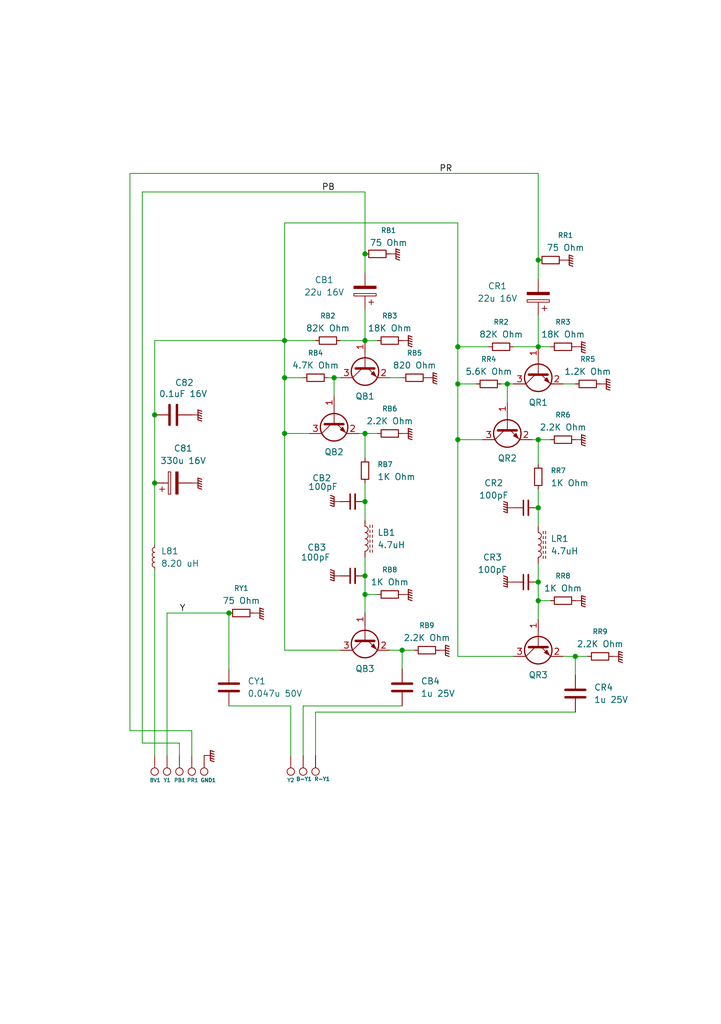
<source format=kicad_sch>
(kicad_sch
	(version 20250114)
	(generator "eeschema")
	(generator_version "9.0")
	(uuid "775ee06b-94d4-4991-8379-7b7e28f9b6de")
	(paper "A5" portrait)
	(lib_symbols
		(symbol "Connector:TestPoint"
			(pin_numbers
				(hide yes)
			)
			(pin_names
				(offset 0.762)
				(hide yes)
			)
			(exclude_from_sim no)
			(in_bom yes)
			(on_board yes)
			(property "Reference" "TP"
				(at 0 6.858 0)
				(effects
					(font
						(size 1.27 1.27)
					)
				)
			)
			(property "Value" "TestPoint"
				(at 0 5.08 0)
				(effects
					(font
						(size 1.27 1.27)
					)
				)
			)
			(property "Footprint" ""
				(at 5.08 0 0)
				(effects
					(font
						(size 1.27 1.27)
					)
					(hide yes)
				)
			)
			(property "Datasheet" "~"
				(at 5.08 0 0)
				(effects
					(font
						(size 1.27 1.27)
					)
					(hide yes)
				)
			)
			(property "Description" "test point"
				(at 0 0 0)
				(effects
					(font
						(size 1.27 1.27)
					)
					(hide yes)
				)
			)
			(property "ki_keywords" "test point tp"
				(at 0 0 0)
				(effects
					(font
						(size 1.27 1.27)
					)
					(hide yes)
				)
			)
			(property "ki_fp_filters" "Pin* Test*"
				(at 0 0 0)
				(effects
					(font
						(size 1.27 1.27)
					)
					(hide yes)
				)
			)
			(symbol "TestPoint_0_1"
				(circle
					(center 0 3.302)
					(radius 0.762)
					(stroke
						(width 0)
						(type default)
					)
					(fill
						(type none)
					)
				)
			)
			(symbol "TestPoint_1_1"
				(pin passive line
					(at 0 0 90)
					(length 2.54)
					(name "1"
						(effects
							(font
								(size 1.27 1.27)
							)
						)
					)
					(number "1"
						(effects
							(font
								(size 1.27 1.27)
							)
						)
					)
				)
			)
			(embedded_fonts no)
		)
		(symbol "Device:C"
			(pin_numbers
				(hide yes)
			)
			(pin_names
				(offset 0.254)
			)
			(exclude_from_sim no)
			(in_bom yes)
			(on_board yes)
			(property "Reference" "C"
				(at 0.635 2.54 0)
				(effects
					(font
						(size 1.27 1.27)
					)
					(justify left)
				)
			)
			(property "Value" "C"
				(at 0.635 -2.54 0)
				(effects
					(font
						(size 1.27 1.27)
					)
					(justify left)
				)
			)
			(property "Footprint" ""
				(at 0.9652 -3.81 0)
				(effects
					(font
						(size 1.27 1.27)
					)
					(hide yes)
				)
			)
			(property "Datasheet" "~"
				(at 0 0 0)
				(effects
					(font
						(size 1.27 1.27)
					)
					(hide yes)
				)
			)
			(property "Description" "Unpolarized capacitor"
				(at 0 0 0)
				(effects
					(font
						(size 1.27 1.27)
					)
					(hide yes)
				)
			)
			(property "ki_keywords" "cap capacitor"
				(at 0 0 0)
				(effects
					(font
						(size 1.27 1.27)
					)
					(hide yes)
				)
			)
			(property "ki_fp_filters" "C_*"
				(at 0 0 0)
				(effects
					(font
						(size 1.27 1.27)
					)
					(hide yes)
				)
			)
			(symbol "C_0_1"
				(polyline
					(pts
						(xy -2.032 0.762) (xy 2.032 0.762)
					)
					(stroke
						(width 0.508)
						(type default)
					)
					(fill
						(type none)
					)
				)
				(polyline
					(pts
						(xy -2.032 -0.762) (xy 2.032 -0.762)
					)
					(stroke
						(width 0.508)
						(type default)
					)
					(fill
						(type none)
					)
				)
			)
			(symbol "C_1_1"
				(pin passive line
					(at 0 3.81 270)
					(length 2.794)
					(name "~"
						(effects
							(font
								(size 1.27 1.27)
							)
						)
					)
					(number "1"
						(effects
							(font
								(size 1.27 1.27)
							)
						)
					)
				)
				(pin passive line
					(at 0 -3.81 90)
					(length 2.794)
					(name "~"
						(effects
							(font
								(size 1.27 1.27)
							)
						)
					)
					(number "2"
						(effects
							(font
								(size 1.27 1.27)
							)
						)
					)
				)
			)
			(embedded_fonts no)
		)
		(symbol "Device:C_Polarized"
			(pin_numbers
				(hide yes)
			)
			(pin_names
				(offset 0.254)
			)
			(exclude_from_sim no)
			(in_bom yes)
			(on_board yes)
			(property "Reference" "C"
				(at 0.635 2.54 0)
				(effects
					(font
						(size 1.27 1.27)
					)
					(justify left)
				)
			)
			(property "Value" "C_Polarized"
				(at 0.635 -2.54 0)
				(effects
					(font
						(size 1.27 1.27)
					)
					(justify left)
				)
			)
			(property "Footprint" ""
				(at 0.9652 -3.81 0)
				(effects
					(font
						(size 1.27 1.27)
					)
					(hide yes)
				)
			)
			(property "Datasheet" "~"
				(at 0 0 0)
				(effects
					(font
						(size 1.27 1.27)
					)
					(hide yes)
				)
			)
			(property "Description" "Polarized capacitor"
				(at 0 0 0)
				(effects
					(font
						(size 1.27 1.27)
					)
					(hide yes)
				)
			)
			(property "ki_keywords" "cap capacitor"
				(at 0 0 0)
				(effects
					(font
						(size 1.27 1.27)
					)
					(hide yes)
				)
			)
			(property "ki_fp_filters" "CP_*"
				(at 0 0 0)
				(effects
					(font
						(size 1.27 1.27)
					)
					(hide yes)
				)
			)
			(symbol "C_Polarized_0_1"
				(rectangle
					(start -2.286 0.508)
					(end 2.286 1.016)
					(stroke
						(width 0)
						(type default)
					)
					(fill
						(type none)
					)
				)
				(polyline
					(pts
						(xy -1.778 2.286) (xy -0.762 2.286)
					)
					(stroke
						(width 0)
						(type default)
					)
					(fill
						(type none)
					)
				)
				(polyline
					(pts
						(xy -1.27 2.794) (xy -1.27 1.778)
					)
					(stroke
						(width 0)
						(type default)
					)
					(fill
						(type none)
					)
				)
				(rectangle
					(start 2.286 -0.508)
					(end -2.286 -1.016)
					(stroke
						(width 0)
						(type default)
					)
					(fill
						(type outline)
					)
				)
			)
			(symbol "C_Polarized_1_1"
				(pin passive line
					(at 0 3.81 270)
					(length 2.794)
					(name "~"
						(effects
							(font
								(size 1.27 1.27)
							)
						)
					)
					(number "1"
						(effects
							(font
								(size 1.27 1.27)
							)
						)
					)
				)
				(pin passive line
					(at 0 -3.81 90)
					(length 2.794)
					(name "~"
						(effects
							(font
								(size 1.27 1.27)
							)
						)
					)
					(number "2"
						(effects
							(font
								(size 1.27 1.27)
							)
						)
					)
				)
			)
			(embedded_fonts no)
		)
		(symbol "Device:C_Small"
			(pin_numbers
				(hide yes)
			)
			(pin_names
				(offset 0.254)
				(hide yes)
			)
			(exclude_from_sim no)
			(in_bom yes)
			(on_board yes)
			(property "Reference" "C"
				(at 0.254 1.778 0)
				(effects
					(font
						(size 1.27 1.27)
					)
					(justify left)
				)
			)
			(property "Value" "C_Small"
				(at 0.254 -2.032 0)
				(effects
					(font
						(size 1.27 1.27)
					)
					(justify left)
				)
			)
			(property "Footprint" ""
				(at 0 0 0)
				(effects
					(font
						(size 1.27 1.27)
					)
					(hide yes)
				)
			)
			(property "Datasheet" "~"
				(at 0 0 0)
				(effects
					(font
						(size 1.27 1.27)
					)
					(hide yes)
				)
			)
			(property "Description" "Unpolarized capacitor, small symbol"
				(at 0 0 0)
				(effects
					(font
						(size 1.27 1.27)
					)
					(hide yes)
				)
			)
			(property "ki_keywords" "capacitor cap"
				(at 0 0 0)
				(effects
					(font
						(size 1.27 1.27)
					)
					(hide yes)
				)
			)
			(property "ki_fp_filters" "C_*"
				(at 0 0 0)
				(effects
					(font
						(size 1.27 1.27)
					)
					(hide yes)
				)
			)
			(symbol "C_Small_0_1"
				(polyline
					(pts
						(xy -1.524 0.508) (xy 1.524 0.508)
					)
					(stroke
						(width 0.3048)
						(type default)
					)
					(fill
						(type none)
					)
				)
				(polyline
					(pts
						(xy -1.524 -0.508) (xy 1.524 -0.508)
					)
					(stroke
						(width 0.3302)
						(type default)
					)
					(fill
						(type none)
					)
				)
			)
			(symbol "C_Small_1_1"
				(pin passive line
					(at 0 2.54 270)
					(length 2.032)
					(name "~"
						(effects
							(font
								(size 1.27 1.27)
							)
						)
					)
					(number "1"
						(effects
							(font
								(size 1.27 1.27)
							)
						)
					)
				)
				(pin passive line
					(at 0 -2.54 90)
					(length 2.032)
					(name "~"
						(effects
							(font
								(size 1.27 1.27)
							)
						)
					)
					(number "2"
						(effects
							(font
								(size 1.27 1.27)
							)
						)
					)
				)
			)
			(embedded_fonts no)
		)
		(symbol "Device:L_Ferrite"
			(pin_numbers
				(hide yes)
			)
			(pin_names
				(offset 1.016)
				(hide yes)
			)
			(exclude_from_sim no)
			(in_bom yes)
			(on_board yes)
			(property "Reference" "L"
				(at -1.27 0 90)
				(effects
					(font
						(size 1.27 1.27)
					)
				)
			)
			(property "Value" "L_Ferrite"
				(at 2.794 0 90)
				(effects
					(font
						(size 1.27 1.27)
					)
				)
			)
			(property "Footprint" ""
				(at 0 0 0)
				(effects
					(font
						(size 1.27 1.27)
					)
					(hide yes)
				)
			)
			(property "Datasheet" "~"
				(at 0 0 0)
				(effects
					(font
						(size 1.27 1.27)
					)
					(hide yes)
				)
			)
			(property "Description" "Inductor with ferrite core"
				(at 0 0 0)
				(effects
					(font
						(size 1.27 1.27)
					)
					(hide yes)
				)
			)
			(property "ki_keywords" "inductor choke coil reactor magnetic"
				(at 0 0 0)
				(effects
					(font
						(size 1.27 1.27)
					)
					(hide yes)
				)
			)
			(property "ki_fp_filters" "Choke_* *Coil* Inductor_* L_*"
				(at 0 0 0)
				(effects
					(font
						(size 1.27 1.27)
					)
					(hide yes)
				)
			)
			(symbol "L_Ferrite_0_1"
				(arc
					(start 0 2.54)
					(mid 0.6323 1.905)
					(end 0 1.27)
					(stroke
						(width 0)
						(type default)
					)
					(fill
						(type none)
					)
				)
				(arc
					(start 0 1.27)
					(mid 0.6323 0.635)
					(end 0 0)
					(stroke
						(width 0)
						(type default)
					)
					(fill
						(type none)
					)
				)
				(arc
					(start 0 0)
					(mid 0.6323 -0.635)
					(end 0 -1.27)
					(stroke
						(width 0)
						(type default)
					)
					(fill
						(type none)
					)
				)
				(arc
					(start 0 -1.27)
					(mid 0.6323 -1.905)
					(end 0 -2.54)
					(stroke
						(width 0)
						(type default)
					)
					(fill
						(type none)
					)
				)
				(polyline
					(pts
						(xy 1.016 2.286) (xy 1.016 2.794)
					)
					(stroke
						(width 0)
						(type default)
					)
					(fill
						(type none)
					)
				)
				(polyline
					(pts
						(xy 1.016 1.27) (xy 1.016 1.778)
					)
					(stroke
						(width 0)
						(type default)
					)
					(fill
						(type none)
					)
				)
				(polyline
					(pts
						(xy 1.016 0.254) (xy 1.016 0.762)
					)
					(stroke
						(width 0)
						(type default)
					)
					(fill
						(type none)
					)
				)
				(polyline
					(pts
						(xy 1.016 -0.762) (xy 1.016 -0.254)
					)
					(stroke
						(width 0)
						(type default)
					)
					(fill
						(type none)
					)
				)
				(polyline
					(pts
						(xy 1.016 -1.778) (xy 1.016 -1.27)
					)
					(stroke
						(width 0)
						(type default)
					)
					(fill
						(type none)
					)
				)
				(polyline
					(pts
						(xy 1.016 -2.794) (xy 1.016 -2.286)
					)
					(stroke
						(width 0)
						(type default)
					)
					(fill
						(type none)
					)
				)
				(polyline
					(pts
						(xy 1.524 2.794) (xy 1.524 2.286)
					)
					(stroke
						(width 0)
						(type default)
					)
					(fill
						(type none)
					)
				)
				(polyline
					(pts
						(xy 1.524 1.778) (xy 1.524 1.27)
					)
					(stroke
						(width 0)
						(type default)
					)
					(fill
						(type none)
					)
				)
				(polyline
					(pts
						(xy 1.524 0.762) (xy 1.524 0.254)
					)
					(stroke
						(width 0)
						(type default)
					)
					(fill
						(type none)
					)
				)
				(polyline
					(pts
						(xy 1.524 -0.254) (xy 1.524 -0.762)
					)
					(stroke
						(width 0)
						(type default)
					)
					(fill
						(type none)
					)
				)
				(polyline
					(pts
						(xy 1.524 -1.27) (xy 1.524 -1.778)
					)
					(stroke
						(width 0)
						(type default)
					)
					(fill
						(type none)
					)
				)
				(polyline
					(pts
						(xy 1.524 -2.286) (xy 1.524 -2.794)
					)
					(stroke
						(width 0)
						(type default)
					)
					(fill
						(type none)
					)
				)
			)
			(symbol "L_Ferrite_1_1"
				(pin passive line
					(at 0 3.81 270)
					(length 1.27)
					(name "1"
						(effects
							(font
								(size 1.27 1.27)
							)
						)
					)
					(number "1"
						(effects
							(font
								(size 1.27 1.27)
							)
						)
					)
				)
				(pin passive line
					(at 0 -3.81 90)
					(length 1.27)
					(name "2"
						(effects
							(font
								(size 1.27 1.27)
							)
						)
					)
					(number "2"
						(effects
							(font
								(size 1.27 1.27)
							)
						)
					)
				)
			)
			(embedded_fonts no)
		)
		(symbol "Device:L_Small"
			(pin_numbers
				(hide yes)
			)
			(pin_names
				(offset 0.254)
				(hide yes)
			)
			(exclude_from_sim no)
			(in_bom yes)
			(on_board yes)
			(property "Reference" "L"
				(at 0.762 1.016 0)
				(effects
					(font
						(size 1.27 1.27)
					)
					(justify left)
				)
			)
			(property "Value" "L_Small"
				(at 0.762 -1.016 0)
				(effects
					(font
						(size 1.27 1.27)
					)
					(justify left)
				)
			)
			(property "Footprint" ""
				(at 0 0 0)
				(effects
					(font
						(size 1.27 1.27)
					)
					(hide yes)
				)
			)
			(property "Datasheet" "~"
				(at 0 0 0)
				(effects
					(font
						(size 1.27 1.27)
					)
					(hide yes)
				)
			)
			(property "Description" "Inductor, small symbol"
				(at 0 0 0)
				(effects
					(font
						(size 1.27 1.27)
					)
					(hide yes)
				)
			)
			(property "ki_keywords" "inductor choke coil reactor magnetic"
				(at 0 0 0)
				(effects
					(font
						(size 1.27 1.27)
					)
					(hide yes)
				)
			)
			(property "ki_fp_filters" "Choke_* *Coil* Inductor_* L_*"
				(at 0 0 0)
				(effects
					(font
						(size 1.27 1.27)
					)
					(hide yes)
				)
			)
			(symbol "L_Small_0_1"
				(arc
					(start 0 2.032)
					(mid 0.5058 1.524)
					(end 0 1.016)
					(stroke
						(width 0)
						(type default)
					)
					(fill
						(type none)
					)
				)
				(arc
					(start 0 1.016)
					(mid 0.5058 0.508)
					(end 0 0)
					(stroke
						(width 0)
						(type default)
					)
					(fill
						(type none)
					)
				)
				(arc
					(start 0 0)
					(mid 0.5058 -0.508)
					(end 0 -1.016)
					(stroke
						(width 0)
						(type default)
					)
					(fill
						(type none)
					)
				)
				(arc
					(start 0 -1.016)
					(mid 0.5058 -1.524)
					(end 0 -2.032)
					(stroke
						(width 0)
						(type default)
					)
					(fill
						(type none)
					)
				)
			)
			(symbol "L_Small_1_1"
				(pin passive line
					(at 0 2.54 270)
					(length 0.508)
					(name "~"
						(effects
							(font
								(size 1.27 1.27)
							)
						)
					)
					(number "1"
						(effects
							(font
								(size 1.27 1.27)
							)
						)
					)
				)
				(pin passive line
					(at 0 -2.54 90)
					(length 0.508)
					(name "~"
						(effects
							(font
								(size 1.27 1.27)
							)
						)
					)
					(number "2"
						(effects
							(font
								(size 1.27 1.27)
							)
						)
					)
				)
			)
			(embedded_fonts no)
		)
		(symbol "Device:Q_NPN"
			(pin_names
				(offset 0)
				(hide yes)
			)
			(exclude_from_sim no)
			(in_bom yes)
			(on_board yes)
			(property "Reference" "Q3291"
				(at 6.35 0 90)
				(effects
					(font
						(size 1.27 1.27)
					)
				)
			)
			(property "Value" "Q_NPN"
				(at 8.89 0 90)
				(effects
					(font
						(size 1.27 1.27)
					)
					(hide yes)
				)
			)
			(property "Footprint" "Package_TO_SOT_SMD:SOT-23_Handsoldering"
				(at 5.08 2.54 0)
				(effects
					(font
						(size 1.27 1.27)
					)
					(hide yes)
				)
			)
			(property "Datasheet" "~"
				(at 0 0 0)
				(effects
					(font
						(size 1.27 1.27)
					)
					(hide yes)
				)
			)
			(property "Description" "NPN bipolar junction transistor"
				(at 0 0 0)
				(effects
					(font
						(size 1.27 1.27)
					)
					(hide yes)
				)
			)
			(property "ki_keywords" "BJT"
				(at 0 0 0)
				(effects
					(font
						(size 1.27 1.27)
					)
					(hide yes)
				)
			)
			(symbol "Q_NPN_0_1"
				(polyline
					(pts
						(xy -2.54 0) (xy 0.635 0)
					)
					(stroke
						(width 0)
						(type default)
					)
					(fill
						(type none)
					)
				)
				(polyline
					(pts
						(xy 0.635 1.905) (xy 0.635 -1.905)
					)
					(stroke
						(width 0.508)
						(type default)
					)
					(fill
						(type none)
					)
				)
				(polyline
					(pts
						(xy 0.635 0.635) (xy 2.54 2.54)
					)
					(stroke
						(width 0)
						(type default)
					)
					(fill
						(type none)
					)
				)
				(polyline
					(pts
						(xy 0.635 -0.635) (xy 2.54 -2.54)
					)
					(stroke
						(width 0)
						(type default)
					)
					(fill
						(type none)
					)
				)
				(circle
					(center 1.27 0)
					(radius 2.8194)
					(stroke
						(width 0.254)
						(type default)
					)
					(fill
						(type none)
					)
				)
				(polyline
					(pts
						(xy 1.27 -1.778) (xy 1.778 -1.27) (xy 2.286 -2.286) (xy 1.27 -1.778)
					)
					(stroke
						(width 0)
						(type default)
					)
					(fill
						(type outline)
					)
				)
			)
			(symbol "Q_NPN_1_1"
				(pin input line
					(at -5.08 0 0)
					(length 2.54)
					(name "B"
						(effects
							(font
								(size 1.27 1.27)
							)
						)
					)
					(number "1"
						(effects
							(font
								(size 1.27 1.27)
							)
						)
					)
				)
				(pin passive line
					(at 2.54 5.08 270)
					(length 2.54)
					(name "C"
						(effects
							(font
								(size 1.27 1.27)
							)
						)
					)
					(number "3"
						(effects
							(font
								(size 1.27 1.27)
							)
						)
					)
				)
				(pin passive line
					(at 2.54 -5.08 90)
					(length 2.54)
					(name "E"
						(effects
							(font
								(size 1.27 1.27)
							)
						)
					)
					(number "2"
						(effects
							(font
								(size 1.27 1.27)
							)
						)
					)
				)
			)
			(embedded_fonts no)
		)
		(symbol "Device:R_Small"
			(pin_numbers
				(hide yes)
			)
			(pin_names
				(offset 0.254)
				(hide yes)
			)
			(exclude_from_sim no)
			(in_bom yes)
			(on_board yes)
			(property "Reference" "R"
				(at 0 0 90)
				(effects
					(font
						(size 1.016 1.016)
					)
				)
			)
			(property "Value" "R_Small"
				(at 1.778 0 90)
				(effects
					(font
						(size 1.27 1.27)
					)
				)
			)
			(property "Footprint" ""
				(at 0 0 0)
				(effects
					(font
						(size 1.27 1.27)
					)
					(hide yes)
				)
			)
			(property "Datasheet" "~"
				(at 0 0 0)
				(effects
					(font
						(size 1.27 1.27)
					)
					(hide yes)
				)
			)
			(property "Description" "Resistor, small symbol"
				(at 0 0 0)
				(effects
					(font
						(size 1.27 1.27)
					)
					(hide yes)
				)
			)
			(property "ki_keywords" "R resistor"
				(at 0 0 0)
				(effects
					(font
						(size 1.27 1.27)
					)
					(hide yes)
				)
			)
			(property "ki_fp_filters" "R_*"
				(at 0 0 0)
				(effects
					(font
						(size 1.27 1.27)
					)
					(hide yes)
				)
			)
			(symbol "R_Small_0_1"
				(rectangle
					(start -0.762 1.778)
					(end 0.762 -1.778)
					(stroke
						(width 0.2032)
						(type default)
					)
					(fill
						(type none)
					)
				)
			)
			(symbol "R_Small_1_1"
				(pin passive line
					(at 0 2.54 270)
					(length 0.762)
					(name "~"
						(effects
							(font
								(size 1.27 1.27)
							)
						)
					)
					(number "1"
						(effects
							(font
								(size 1.27 1.27)
							)
						)
					)
				)
				(pin passive line
					(at 0 -2.54 90)
					(length 0.762)
					(name "~"
						(effects
							(font
								(size 1.27 1.27)
							)
						)
					)
					(number "2"
						(effects
							(font
								(size 1.27 1.27)
							)
						)
					)
				)
			)
			(embedded_fonts no)
		)
		(symbol "Q_NPN_1"
			(pin_names
				(offset 0)
				(hide yes)
			)
			(exclude_from_sim no)
			(in_bom yes)
			(on_board yes)
			(property "Reference" "Q3290"
				(at 6.35 0 90)
				(effects
					(font
						(size 1.27 1.27)
					)
				)
			)
			(property "Value" "Q_NPN"
				(at 8.89 0 90)
				(effects
					(font
						(size 1.27 1.27)
					)
					(hide yes)
				)
			)
			(property "Footprint" "Package_TO_SOT_SMD:SOT-23_Handsoldering"
				(at 5.08 2.54 0)
				(effects
					(font
						(size 1.27 1.27)
					)
					(hide yes)
				)
			)
			(property "Datasheet" "~"
				(at 0 0 0)
				(effects
					(font
						(size 1.27 1.27)
					)
					(hide yes)
				)
			)
			(property "Description" "NPN bipolar junction transistor"
				(at 0 0 0)
				(effects
					(font
						(size 1.27 1.27)
					)
					(hide yes)
				)
			)
			(property "ki_keywords" "BJT"
				(at 0 0 0)
				(effects
					(font
						(size 1.27 1.27)
					)
					(hide yes)
				)
			)
			(symbol "Q_NPN_1_0_1"
				(polyline
					(pts
						(xy -2.54 0) (xy 0.635 0)
					)
					(stroke
						(width 0)
						(type default)
					)
					(fill
						(type none)
					)
				)
				(polyline
					(pts
						(xy 0.635 1.905) (xy 0.635 -1.905)
					)
					(stroke
						(width 0.508)
						(type default)
					)
					(fill
						(type none)
					)
				)
				(polyline
					(pts
						(xy 0.635 0.635) (xy 2.54 2.54)
					)
					(stroke
						(width 0)
						(type default)
					)
					(fill
						(type none)
					)
				)
				(polyline
					(pts
						(xy 0.635 -0.635) (xy 2.54 -2.54)
					)
					(stroke
						(width 0)
						(type default)
					)
					(fill
						(type none)
					)
				)
				(circle
					(center 1.27 0)
					(radius 2.8194)
					(stroke
						(width 0.254)
						(type default)
					)
					(fill
						(type none)
					)
				)
				(polyline
					(pts
						(xy 1.27 -1.778) (xy 1.778 -1.27) (xy 2.286 -2.286) (xy 1.27 -1.778)
					)
					(stroke
						(width 0)
						(type default)
					)
					(fill
						(type outline)
					)
				)
			)
			(symbol "Q_NPN_1_1_1"
				(pin input line
					(at -5.08 0 0)
					(length 2.54)
					(name "B"
						(effects
							(font
								(size 1.27 1.27)
							)
						)
					)
					(number "1"
						(effects
							(font
								(size 1.27 1.27)
							)
						)
					)
				)
				(pin passive line
					(at 2.54 5.08 270)
					(length 2.54)
					(name "C"
						(effects
							(font
								(size 1.27 1.27)
							)
						)
					)
					(number "3"
						(effects
							(font
								(size 1.27 1.27)
							)
						)
					)
				)
				(pin passive line
					(at 2.54 -5.08 90)
					(length 2.54)
					(name "E"
						(effects
							(font
								(size 1.27 1.27)
							)
						)
					)
					(number "2"
						(effects
							(font
								(size 1.27 1.27)
							)
						)
					)
				)
			)
			(embedded_fonts no)
		)
		(symbol "Q_NPN_2"
			(pin_names
				(offset 0)
				(hide yes)
			)
			(exclude_from_sim no)
			(in_bom yes)
			(on_board yes)
			(property "Reference" "Q3271"
				(at 6.35 0 90)
				(effects
					(font
						(size 1.27 1.27)
					)
				)
			)
			(property "Value" "~"
				(at 8.89 0 90)
				(effects
					(font
						(size 1.27 1.27)
					)
					(hide yes)
				)
			)
			(property "Footprint" "Package_TO_SOT_SMD:SOT-23_Handsoldering"
				(at 5.08 2.54 0)
				(effects
					(font
						(size 1.27 1.27)
					)
					(hide yes)
				)
			)
			(property "Datasheet" "~"
				(at 0 0 0)
				(effects
					(font
						(size 1.27 1.27)
					)
					(hide yes)
				)
			)
			(property "Description" "NPN bipolar junction transistor"
				(at 0 0 0)
				(effects
					(font
						(size 1.27 1.27)
					)
					(hide yes)
				)
			)
			(property "ki_keywords" "BJT"
				(at 0 0 0)
				(effects
					(font
						(size 1.27 1.27)
					)
					(hide yes)
				)
			)
			(symbol "Q_NPN_2_0_1"
				(polyline
					(pts
						(xy -2.54 0) (xy 0.635 0)
					)
					(stroke
						(width 0)
						(type default)
					)
					(fill
						(type none)
					)
				)
				(polyline
					(pts
						(xy 0.635 1.905) (xy 0.635 -1.905)
					)
					(stroke
						(width 0.508)
						(type default)
					)
					(fill
						(type none)
					)
				)
				(polyline
					(pts
						(xy 0.635 0.635) (xy 2.54 2.54)
					)
					(stroke
						(width 0)
						(type default)
					)
					(fill
						(type none)
					)
				)
				(polyline
					(pts
						(xy 0.635 -0.635) (xy 2.54 -2.54)
					)
					(stroke
						(width 0)
						(type default)
					)
					(fill
						(type none)
					)
				)
				(circle
					(center 1.27 0)
					(radius 2.8194)
					(stroke
						(width 0.254)
						(type default)
					)
					(fill
						(type none)
					)
				)
				(polyline
					(pts
						(xy 1.27 -1.778) (xy 1.778 -1.27) (xy 2.286 -2.286) (xy 1.27 -1.778)
					)
					(stroke
						(width 0)
						(type default)
					)
					(fill
						(type outline)
					)
				)
			)
			(symbol "Q_NPN_2_1_1"
				(pin input line
					(at -5.08 0 0)
					(length 2.54)
					(name "B"
						(effects
							(font
								(size 1.27 1.27)
							)
						)
					)
					(number "1"
						(effects
							(font
								(size 1.27 1.27)
							)
						)
					)
				)
				(pin passive line
					(at 2.54 5.08 270)
					(length 2.54)
					(name "C"
						(effects
							(font
								(size 1.27 1.27)
							)
						)
					)
					(number "3"
						(effects
							(font
								(size 1.27 1.27)
							)
						)
					)
				)
				(pin passive line
					(at 2.54 -5.08 90)
					(length 2.54)
					(name "E"
						(effects
							(font
								(size 1.27 1.27)
							)
						)
					)
					(number "2"
						(effects
							(font
								(size 1.27 1.27)
							)
						)
					)
				)
			)
			(embedded_fonts no)
		)
		(symbol "Q_NPN_3"
			(pin_names
				(offset 0)
				(hide yes)
			)
			(exclude_from_sim no)
			(in_bom yes)
			(on_board yes)
			(property "Reference" "Q3281"
				(at 6.35 0 90)
				(effects
					(font
						(size 1.27 1.27)
					)
				)
			)
			(property "Value" "~"
				(at 8.89 0 90)
				(effects
					(font
						(size 1.27 1.27)
					)
					(hide yes)
				)
			)
			(property "Footprint" "Package_TO_SOT_SMD:SOT-23_Handsoldering"
				(at 5.08 2.54 0)
				(effects
					(font
						(size 1.27 1.27)
					)
					(hide yes)
				)
			)
			(property "Datasheet" "~"
				(at 0 0 0)
				(effects
					(font
						(size 1.27 1.27)
					)
					(hide yes)
				)
			)
			(property "Description" "NPN bipolar junction transistor"
				(at 0 0 0)
				(effects
					(font
						(size 1.27 1.27)
					)
					(hide yes)
				)
			)
			(property "ki_keywords" "BJT"
				(at 0 0 0)
				(effects
					(font
						(size 1.27 1.27)
					)
					(hide yes)
				)
			)
			(symbol "Q_NPN_3_0_1"
				(polyline
					(pts
						(xy -2.54 0) (xy 0.635 0)
					)
					(stroke
						(width 0)
						(type default)
					)
					(fill
						(type none)
					)
				)
				(polyline
					(pts
						(xy 0.635 1.905) (xy 0.635 -1.905)
					)
					(stroke
						(width 0.508)
						(type default)
					)
					(fill
						(type none)
					)
				)
				(polyline
					(pts
						(xy 0.635 0.635) (xy 2.54 2.54)
					)
					(stroke
						(width 0)
						(type default)
					)
					(fill
						(type none)
					)
				)
				(polyline
					(pts
						(xy 0.635 -0.635) (xy 2.54 -2.54)
					)
					(stroke
						(width 0)
						(type default)
					)
					(fill
						(type none)
					)
				)
				(circle
					(center 1.27 0)
					(radius 2.8194)
					(stroke
						(width 0.254)
						(type default)
					)
					(fill
						(type none)
					)
				)
				(polyline
					(pts
						(xy 1.27 -1.778) (xy 1.778 -1.27) (xy 2.286 -2.286) (xy 1.27 -1.778)
					)
					(stroke
						(width 0)
						(type default)
					)
					(fill
						(type outline)
					)
				)
			)
			(symbol "Q_NPN_3_1_1"
				(pin input line
					(at -5.08 0 0)
					(length 2.54)
					(name "B"
						(effects
							(font
								(size 1.27 1.27)
							)
						)
					)
					(number "1"
						(effects
							(font
								(size 1.27 1.27)
							)
						)
					)
				)
				(pin passive line
					(at 2.54 5.08 270)
					(length 2.54)
					(name "C"
						(effects
							(font
								(size 1.27 1.27)
							)
						)
					)
					(number "3"
						(effects
							(font
								(size 1.27 1.27)
							)
						)
					)
				)
				(pin passive line
					(at 2.54 -5.08 90)
					(length 2.54)
					(name "E"
						(effects
							(font
								(size 1.27 1.27)
							)
						)
					)
					(number "2"
						(effects
							(font
								(size 1.27 1.27)
							)
						)
					)
				)
			)
			(embedded_fonts no)
		)
		(symbol "Q_NPN_4"
			(pin_names
				(offset 0)
				(hide yes)
			)
			(exclude_from_sim no)
			(in_bom yes)
			(on_board yes)
			(property "Reference" "Q3270"
				(at 6.35 0 90)
				(effects
					(font
						(size 1.27 1.27)
					)
				)
			)
			(property "Value" "Q_NPN"
				(at 8.89 0 90)
				(effects
					(font
						(size 1.27 1.27)
					)
					(hide yes)
				)
			)
			(property "Footprint" "Package_TO_SOT_SMD:SOT-23_Handsoldering"
				(at 5.08 2.54 0)
				(effects
					(font
						(size 1.27 1.27)
					)
					(hide yes)
				)
			)
			(property "Datasheet" "~"
				(at 0 0 0)
				(effects
					(font
						(size 1.27 1.27)
					)
					(hide yes)
				)
			)
			(property "Description" "NPN bipolar junction transistor"
				(at 0 0 0)
				(effects
					(font
						(size 1.27 1.27)
					)
					(hide yes)
				)
			)
			(property "ki_keywords" "BJT"
				(at 0 0 0)
				(effects
					(font
						(size 1.27 1.27)
					)
					(hide yes)
				)
			)
			(symbol "Q_NPN_4_0_1"
				(polyline
					(pts
						(xy -2.54 0) (xy 0.635 0)
					)
					(stroke
						(width 0)
						(type default)
					)
					(fill
						(type none)
					)
				)
				(polyline
					(pts
						(xy 0.635 1.905) (xy 0.635 -1.905)
					)
					(stroke
						(width 0.508)
						(type default)
					)
					(fill
						(type none)
					)
				)
				(polyline
					(pts
						(xy 0.635 0.635) (xy 2.54 2.54)
					)
					(stroke
						(width 0)
						(type default)
					)
					(fill
						(type none)
					)
				)
				(polyline
					(pts
						(xy 0.635 -0.635) (xy 2.54 -2.54)
					)
					(stroke
						(width 0)
						(type default)
					)
					(fill
						(type none)
					)
				)
				(circle
					(center 1.27 0)
					(radius 2.8194)
					(stroke
						(width 0.254)
						(type default)
					)
					(fill
						(type none)
					)
				)
				(polyline
					(pts
						(xy 1.27 -1.778) (xy 1.778 -1.27) (xy 2.286 -2.286) (xy 1.27 -1.778)
					)
					(stroke
						(width 0)
						(type default)
					)
					(fill
						(type outline)
					)
				)
			)
			(symbol "Q_NPN_4_1_1"
				(pin input line
					(at -5.08 0 0)
					(length 2.54)
					(name "B"
						(effects
							(font
								(size 1.27 1.27)
							)
						)
					)
					(number "1"
						(effects
							(font
								(size 1.27 1.27)
							)
						)
					)
				)
				(pin passive line
					(at 2.54 5.08 270)
					(length 2.54)
					(name "C"
						(effects
							(font
								(size 1.27 1.27)
							)
						)
					)
					(number "3"
						(effects
							(font
								(size 1.27 1.27)
							)
						)
					)
				)
				(pin passive line
					(at 2.54 -5.08 90)
					(length 2.54)
					(name "E"
						(effects
							(font
								(size 1.27 1.27)
							)
						)
					)
					(number "2"
						(effects
							(font
								(size 1.27 1.27)
							)
						)
					)
				)
			)
			(embedded_fonts no)
		)
		(symbol "Q_NPN_5"
			(pin_names
				(offset 0)
				(hide yes)
			)
			(exclude_from_sim no)
			(in_bom yes)
			(on_board yes)
			(property "Reference" "Q3280"
				(at 6.35 0 90)
				(effects
					(font
						(size 1.27 1.27)
					)
				)
			)
			(property "Value" "Q_NPN"
				(at 8.89 0 90)
				(effects
					(font
						(size 1.27 1.27)
					)
					(hide yes)
				)
			)
			(property "Footprint" "Package_TO_SOT_SMD:SOT-23_Handsoldering"
				(at 5.08 2.54 0)
				(effects
					(font
						(size 1.27 1.27)
					)
					(hide yes)
				)
			)
			(property "Datasheet" "~"
				(at 0 0 0)
				(effects
					(font
						(size 1.27 1.27)
					)
					(hide yes)
				)
			)
			(property "Description" "NPN bipolar junction transistor"
				(at 0 0 0)
				(effects
					(font
						(size 1.27 1.27)
					)
					(hide yes)
				)
			)
			(property "ki_keywords" "BJT"
				(at 0 0 0)
				(effects
					(font
						(size 1.27 1.27)
					)
					(hide yes)
				)
			)
			(symbol "Q_NPN_5_0_1"
				(polyline
					(pts
						(xy -2.54 0) (xy 0.635 0)
					)
					(stroke
						(width 0)
						(type default)
					)
					(fill
						(type none)
					)
				)
				(polyline
					(pts
						(xy 0.635 1.905) (xy 0.635 -1.905)
					)
					(stroke
						(width 0.508)
						(type default)
					)
					(fill
						(type none)
					)
				)
				(polyline
					(pts
						(xy 0.635 0.635) (xy 2.54 2.54)
					)
					(stroke
						(width 0)
						(type default)
					)
					(fill
						(type none)
					)
				)
				(polyline
					(pts
						(xy 0.635 -0.635) (xy 2.54 -2.54)
					)
					(stroke
						(width 0)
						(type default)
					)
					(fill
						(type none)
					)
				)
				(circle
					(center 1.27 0)
					(radius 2.8194)
					(stroke
						(width 0.254)
						(type default)
					)
					(fill
						(type none)
					)
				)
				(polyline
					(pts
						(xy 1.27 -1.778) (xy 1.778 -1.27) (xy 2.286 -2.286) (xy 1.27 -1.778)
					)
					(stroke
						(width 0)
						(type default)
					)
					(fill
						(type outline)
					)
				)
			)
			(symbol "Q_NPN_5_1_1"
				(pin input line
					(at -5.08 0 0)
					(length 2.54)
					(name "B"
						(effects
							(font
								(size 1.27 1.27)
							)
						)
					)
					(number "1"
						(effects
							(font
								(size 1.27 1.27)
							)
						)
					)
				)
				(pin passive line
					(at 2.54 5.08 270)
					(length 2.54)
					(name "C"
						(effects
							(font
								(size 1.27 1.27)
							)
						)
					)
					(number "3"
						(effects
							(font
								(size 1.27 1.27)
							)
						)
					)
				)
				(pin passive line
					(at 2.54 -5.08 90)
					(length 2.54)
					(name "E"
						(effects
							(font
								(size 1.27 1.27)
							)
						)
					)
					(number "2"
						(effects
							(font
								(size 1.27 1.27)
							)
						)
					)
				)
			)
			(embedded_fonts no)
		)
		(symbol "power:GNDPWR"
			(power)
			(pin_numbers
				(hide yes)
			)
			(pin_names
				(offset 0)
				(hide yes)
			)
			(exclude_from_sim no)
			(in_bom yes)
			(on_board yes)
			(property "Reference" "#PWR"
				(at 0 -5.08 0)
				(effects
					(font
						(size 1.27 1.27)
					)
					(hide yes)
				)
			)
			(property "Value" "GNDPWR"
				(at 0 -3.302 0)
				(effects
					(font
						(size 1.27 1.27)
					)
				)
			)
			(property "Footprint" ""
				(at 0 -1.27 0)
				(effects
					(font
						(size 1.27 1.27)
					)
					(hide yes)
				)
			)
			(property "Datasheet" ""
				(at 0 -1.27 0)
				(effects
					(font
						(size 1.27 1.27)
					)
					(hide yes)
				)
			)
			(property "Description" "Power symbol creates a global label with name \"GNDPWR\" , global ground"
				(at 0 0 0)
				(effects
					(font
						(size 1.27 1.27)
					)
					(hide yes)
				)
			)
			(property "ki_keywords" "global ground"
				(at 0 0 0)
				(effects
					(font
						(size 1.27 1.27)
					)
					(hide yes)
				)
			)
			(symbol "GNDPWR_0_1"
				(polyline
					(pts
						(xy -1.016 -1.27) (xy -1.27 -2.032) (xy -1.27 -2.032)
					)
					(stroke
						(width 0.2032)
						(type default)
					)
					(fill
						(type none)
					)
				)
				(polyline
					(pts
						(xy -0.508 -1.27) (xy -0.762 -2.032) (xy -0.762 -2.032)
					)
					(stroke
						(width 0.2032)
						(type default)
					)
					(fill
						(type none)
					)
				)
				(polyline
					(pts
						(xy 0 -1.27) (xy 0 0)
					)
					(stroke
						(width 0)
						(type default)
					)
					(fill
						(type none)
					)
				)
				(polyline
					(pts
						(xy 0 -1.27) (xy -0.254 -2.032) (xy -0.254 -2.032)
					)
					(stroke
						(width 0.2032)
						(type default)
					)
					(fill
						(type none)
					)
				)
				(polyline
					(pts
						(xy 0.508 -1.27) (xy 0.254 -2.032) (xy 0.254 -2.032)
					)
					(stroke
						(width 0.2032)
						(type default)
					)
					(fill
						(type none)
					)
				)
				(polyline
					(pts
						(xy 1.016 -1.27) (xy -1.016 -1.27) (xy -1.016 -1.27)
					)
					(stroke
						(width 0.2032)
						(type default)
					)
					(fill
						(type none)
					)
				)
				(polyline
					(pts
						(xy 1.016 -1.27) (xy 0.762 -2.032) (xy 0.762 -2.032) (xy 0.762 -2.032)
					)
					(stroke
						(width 0.2032)
						(type default)
					)
					(fill
						(type none)
					)
				)
			)
			(symbol "GNDPWR_1_1"
				(pin power_in line
					(at 0 0 270)
					(length 0)
					(name "~"
						(effects
							(font
								(size 1.27 1.27)
							)
						)
					)
					(number "1"
						(effects
							(font
								(size 1.27 1.27)
							)
						)
					)
				)
			)
			(embedded_fonts no)
		)
	)
	(junction
		(at 31.75 85.09)
		(diameter 0)
		(color 0 0 0 0)
		(uuid "09f5c975-4e19-4839-b241-299c27fb9200")
	)
	(junction
		(at 58.42 77.47)
		(diameter 0)
		(color 0 0 0 0)
		(uuid "139d7b45-25b6-4169-8ed3-e154be457441")
	)
	(junction
		(at 110.49 53.34)
		(diameter 0)
		(color 0 0 0 0)
		(uuid "23c40bb8-d265-4bf9-ae89-be93813a992a")
	)
	(junction
		(at 74.93 88.9)
		(diameter 0)
		(color 0 0 0 0)
		(uuid "2d73aa02-66b5-4121-8f74-daedc0e32af2")
	)
	(junction
		(at 31.75 99.06)
		(diameter 0)
		(color 0 0 0 0)
		(uuid "48c9a249-ccce-48ae-bb4e-af527414ca28")
	)
	(junction
		(at 82.55 133.35)
		(diameter 0)
		(color 0 0 0 0)
		(uuid "56a87ad5-e6b3-4cba-a9e7-e8e6a0919f4a")
	)
	(junction
		(at 74.93 102.87)
		(diameter 0)
		(color 0 0 0 0)
		(uuid "57874366-4cab-4aec-a766-173d1fd2d7b7")
	)
	(junction
		(at 74.93 52.07)
		(diameter 0)
		(color 0 0 0 0)
		(uuid "58055a81-8f7c-4d71-a332-532828434723")
	)
	(junction
		(at 110.49 119.38)
		(diameter 0)
		(color 0 0 0 0)
		(uuid "5d1f8b9e-c4a5-49bb-a572-4ba1c10b0ffe")
	)
	(junction
		(at 74.93 118.11)
		(diameter 0)
		(color 0 0 0 0)
		(uuid "5fab7d90-2d3f-4f09-bd04-c3699ef8d3f8")
	)
	(junction
		(at 74.93 121.92)
		(diameter 0)
		(color 0 0 0 0)
		(uuid "60aa2c35-0cbe-4492-bbd4-d8db7f05ecc6")
	)
	(junction
		(at 93.98 78.74)
		(diameter 0)
		(color 0 0 0 0)
		(uuid "62969ed9-9de7-46b5-a100-b46db5a6118f")
	)
	(junction
		(at 58.42 69.85)
		(diameter 0)
		(color 0 0 0 0)
		(uuid "65629a29-fe96-4f6c-9d7b-d6ff84f24386")
	)
	(junction
		(at 110.49 123.19)
		(diameter 0)
		(color 0 0 0 0)
		(uuid "6729c919-0d3a-40da-9320-7513e9dc63c3")
	)
	(junction
		(at 46.99 125.73)
		(diameter 0)
		(color 0 0 0 0)
		(uuid "6b4913d1-a85d-4735-966f-006f6dc8e71f")
	)
	(junction
		(at 74.93 69.85)
		(diameter 0)
		(color 0 0 0 0)
		(uuid "75d08ad4-d9c5-40f1-8bf6-4ba8bd543b58")
	)
	(junction
		(at 104.14 78.74)
		(diameter 0)
		(color 0 0 0 0)
		(uuid "7cbf9a09-559c-4d7e-bdd7-a7fb1b38496d")
	)
	(junction
		(at 118.11 134.62)
		(diameter 0)
		(color 0 0 0 0)
		(uuid "843ab2be-f0ee-4e95-b406-9606800d7410")
	)
	(junction
		(at 110.49 71.12)
		(diameter 0)
		(color 0 0 0 0)
		(uuid "924201aa-6614-4281-ad3b-d686688a814e")
	)
	(junction
		(at 93.98 71.12)
		(diameter 0)
		(color 0 0 0 0)
		(uuid "99d52b36-60e2-486c-8b8a-7252589fb2cb")
	)
	(junction
		(at 58.42 88.9)
		(diameter 0)
		(color 0 0 0 0)
		(uuid "c666389b-738d-4968-94d7-9b627e262840")
	)
	(junction
		(at 93.98 90.17)
		(diameter 0)
		(color 0 0 0 0)
		(uuid "d5d57876-ed9c-4e5a-9ed3-ac6e548ed23a")
	)
	(junction
		(at 68.58 77.47)
		(diameter 0)
		(color 0 0 0 0)
		(uuid "e31cc7c9-1e08-4c88-9ae4-20a712a93604")
	)
	(junction
		(at 110.49 104.14)
		(diameter 0)
		(color 0 0 0 0)
		(uuid "e6c62576-d1ff-4386-b490-5aa00b776d5c")
	)
	(junction
		(at 110.49 90.17)
		(diameter 0)
		(color 0 0 0 0)
		(uuid "f6863a65-d0ad-4dbd-baf0-5f013fa10657")
	)
	(wire
		(pts
			(xy 109.22 90.17) (xy 110.49 90.17)
		)
		(stroke
			(width 0)
			(type default)
		)
		(uuid "0233704b-1c6a-4e8b-af3a-0cd3d8550be6")
	)
	(wire
		(pts
			(xy 31.75 69.85) (xy 58.42 69.85)
		)
		(stroke
			(width 0)
			(type default)
		)
		(uuid "049c7093-8713-4e58-a0fe-13dbae78b83c")
	)
	(wire
		(pts
			(xy 99.06 90.17) (xy 93.98 90.17)
		)
		(stroke
			(width 0)
			(type default)
		)
		(uuid "0a1ab481-dacd-4f9f-bde9-524efa051dc3")
	)
	(wire
		(pts
			(xy 110.49 115.57) (xy 110.49 119.38)
		)
		(stroke
			(width 0)
			(type default)
		)
		(uuid "0b3a4247-6c9b-4766-83fa-9f3855831a7d")
	)
	(wire
		(pts
			(xy 110.49 123.19) (xy 110.49 127)
		)
		(stroke
			(width 0)
			(type default)
		)
		(uuid "0dc2bcd9-1ce6-4866-ac14-5c2fb92192a2")
	)
	(wire
		(pts
			(xy 110.49 104.14) (xy 110.49 107.95)
		)
		(stroke
			(width 0)
			(type default)
		)
		(uuid "0ea6d4a9-0805-454c-b16f-3ab11d95ea66")
	)
	(wire
		(pts
			(xy 26.67 35.56) (xy 110.49 35.56)
		)
		(stroke
			(width 0)
			(type default)
		)
		(uuid "0f9ff9dc-0830-4b0e-a094-ab7ae9028c32")
	)
	(wire
		(pts
			(xy 110.49 90.17) (xy 110.49 95.25)
		)
		(stroke
			(width 0)
			(type default)
		)
		(uuid "124bb45d-50ef-4420-8801-3b7a4a7d7d2f")
	)
	(wire
		(pts
			(xy 82.55 144.78) (xy 62.23 144.78)
		)
		(stroke
			(width 0)
			(type default)
		)
		(uuid "14cd7274-f020-4464-b150-0df0b9aab40d")
	)
	(wire
		(pts
			(xy 74.93 88.9) (xy 74.93 93.98)
		)
		(stroke
			(width 0)
			(type default)
		)
		(uuid "15fead2e-a59d-4c36-9d47-3cddd56957d3")
	)
	(wire
		(pts
			(xy 110.49 90.17) (xy 113.03 90.17)
		)
		(stroke
			(width 0)
			(type default)
		)
		(uuid "1ac2fb6e-10d0-4107-b508-2d75ac870c83")
	)
	(wire
		(pts
			(xy 74.93 121.92) (xy 74.93 125.73)
		)
		(stroke
			(width 0)
			(type default)
		)
		(uuid "1acc4f7e-9265-4a92-a260-80e7ba426ab2")
	)
	(wire
		(pts
			(xy 118.11 146.05) (xy 64.77 146.05)
		)
		(stroke
			(width 0)
			(type default)
		)
		(uuid "1ad4ce51-f723-4cee-b2de-26b52e5374df")
	)
	(wire
		(pts
			(xy 80.01 133.35) (xy 82.55 133.35)
		)
		(stroke
			(width 0)
			(type default)
		)
		(uuid "1c17d769-b29a-4658-a499-f51b7453d3dc")
	)
	(wire
		(pts
			(xy 74.93 102.87) (xy 74.93 106.68)
		)
		(stroke
			(width 0)
			(type default)
		)
		(uuid "1cb9da79-378e-4f1a-bc2b-6ce1d7d6e840")
	)
	(wire
		(pts
			(xy 74.93 39.37) (xy 74.93 52.07)
		)
		(stroke
			(width 0)
			(type default)
		)
		(uuid "1d8748c4-99d1-417e-bb5b-8978800ec5a2")
	)
	(wire
		(pts
			(xy 46.99 144.78) (xy 59.69 144.78)
		)
		(stroke
			(width 0)
			(type default)
		)
		(uuid "21794fb1-6b7f-40db-afe8-8611d99902c6")
	)
	(wire
		(pts
			(xy 69.85 69.85) (xy 74.93 69.85)
		)
		(stroke
			(width 0)
			(type default)
		)
		(uuid "23a32a17-0740-4a34-94d7-480643581a17")
	)
	(wire
		(pts
			(xy 29.21 152.4) (xy 29.21 39.37)
		)
		(stroke
			(width 0)
			(type default)
		)
		(uuid "2ae72c95-c551-4c1d-92de-975127729af4")
	)
	(wire
		(pts
			(xy 39.37 149.86) (xy 26.67 149.86)
		)
		(stroke
			(width 0)
			(type default)
		)
		(uuid "2afb0763-c274-4c90-8bd1-7028c343c96a")
	)
	(wire
		(pts
			(xy 102.87 78.74) (xy 104.14 78.74)
		)
		(stroke
			(width 0)
			(type default)
		)
		(uuid "33e35c0f-8dc1-4da0-a810-58aba9d94976")
	)
	(wire
		(pts
			(xy 58.42 88.9) (xy 58.42 133.35)
		)
		(stroke
			(width 0)
			(type default)
		)
		(uuid "372ec7bf-71ac-4849-a0ab-33d4368ba00c")
	)
	(wire
		(pts
			(xy 59.69 144.78) (xy 59.69 154.94)
		)
		(stroke
			(width 0)
			(type default)
		)
		(uuid "3766773f-ecf5-4b9f-973b-e0dd70bc33bf")
	)
	(wire
		(pts
			(xy 80.01 77.47) (xy 82.55 77.47)
		)
		(stroke
			(width 0)
			(type default)
		)
		(uuid "3b105f7d-d5bd-4623-9793-1ce1a8ea338a")
	)
	(wire
		(pts
			(xy 31.75 99.06) (xy 31.75 85.09)
		)
		(stroke
			(width 0)
			(type default)
		)
		(uuid "3daf4b45-d45d-4aa8-8e3e-7d408d71dd2c")
	)
	(wire
		(pts
			(xy 93.98 71.12) (xy 93.98 78.74)
		)
		(stroke
			(width 0)
			(type default)
		)
		(uuid "3ddc6d57-4f18-4e2e-a50c-cee740d7b09d")
	)
	(wire
		(pts
			(xy 104.14 78.74) (xy 105.41 78.74)
		)
		(stroke
			(width 0)
			(type default)
		)
		(uuid "3edd4354-1b99-4e0b-ae08-a35a07552b50")
	)
	(wire
		(pts
			(xy 29.21 39.37) (xy 74.93 39.37)
		)
		(stroke
			(width 0)
			(type default)
		)
		(uuid "3f4f3ae8-f89f-4a38-9dbc-496406321349")
	)
	(wire
		(pts
			(xy 31.75 99.06) (xy 31.75 111.76)
		)
		(stroke
			(width 0)
			(type default)
		)
		(uuid "431335a7-70af-4d82-b3ab-716ae6da2410")
	)
	(wire
		(pts
			(xy 58.42 69.85) (xy 64.77 69.85)
		)
		(stroke
			(width 0)
			(type default)
		)
		(uuid "4ff28f0a-90f5-41db-a701-b1c5e65794df")
	)
	(wire
		(pts
			(xy 62.23 77.47) (xy 58.42 77.47)
		)
		(stroke
			(width 0)
			(type default)
		)
		(uuid "524d1114-488a-436c-9f76-6dc9e4f3fa4f")
	)
	(wire
		(pts
			(xy 67.31 77.47) (xy 68.58 77.47)
		)
		(stroke
			(width 0)
			(type default)
		)
		(uuid "52bbd84f-ef31-476d-a73a-2257eb3aad06")
	)
	(wire
		(pts
			(xy 104.14 78.74) (xy 104.14 82.55)
		)
		(stroke
			(width 0)
			(type default)
		)
		(uuid "55d30384-e32d-495c-a5de-289db337ab1f")
	)
	(wire
		(pts
			(xy 74.93 121.92) (xy 77.47 121.92)
		)
		(stroke
			(width 0)
			(type default)
		)
		(uuid "5f4a03ff-d2cd-4ff2-8dac-f0698e79df9a")
	)
	(wire
		(pts
			(xy 110.49 100.33) (xy 110.49 104.14)
		)
		(stroke
			(width 0)
			(type default)
		)
		(uuid "62954d12-2f17-45f7-bffe-6fb437900968")
	)
	(wire
		(pts
			(xy 68.58 77.47) (xy 68.58 81.28)
		)
		(stroke
			(width 0)
			(type default)
		)
		(uuid "647a4601-394e-46ae-a271-a4bb072ae940")
	)
	(wire
		(pts
			(xy 36.83 152.4) (xy 29.21 152.4)
		)
		(stroke
			(width 0)
			(type default)
		)
		(uuid "660d9eeb-640b-4593-a9b8-756a40502da6")
	)
	(wire
		(pts
			(xy 62.23 144.78) (xy 62.23 154.94)
		)
		(stroke
			(width 0)
			(type default)
		)
		(uuid "67a2e1ad-1d07-4733-92b5-3a4b6dc239bb")
	)
	(wire
		(pts
			(xy 58.42 77.47) (xy 58.42 88.9)
		)
		(stroke
			(width 0)
			(type default)
		)
		(uuid "71f99926-d119-4418-9232-4216390575e1")
	)
	(wire
		(pts
			(xy 58.42 45.72) (xy 58.42 69.85)
		)
		(stroke
			(width 0)
			(type default)
		)
		(uuid "7e0d770d-4bbb-438c-bae3-47f0e38bf6c4")
	)
	(wire
		(pts
			(xy 34.29 125.73) (xy 34.29 154.94)
		)
		(stroke
			(width 0)
			(type default)
		)
		(uuid "81ede044-0632-48f3-a25d-765c05cdaabd")
	)
	(wire
		(pts
			(xy 82.55 133.35) (xy 82.55 137.16)
		)
		(stroke
			(width 0)
			(type default)
		)
		(uuid "87b3ac0b-8460-4dcf-a16e-a7f8290e18f3")
	)
	(wire
		(pts
			(xy 97.79 78.74) (xy 93.98 78.74)
		)
		(stroke
			(width 0)
			(type default)
		)
		(uuid "8917f158-c50c-4d13-898b-8b91ddb91eb4")
	)
	(wire
		(pts
			(xy 36.83 154.94) (xy 36.83 152.4)
		)
		(stroke
			(width 0)
			(type default)
		)
		(uuid "8aa37d38-70d4-46fe-90fd-4fdc3a33f967")
	)
	(wire
		(pts
			(xy 68.58 77.47) (xy 69.85 77.47)
		)
		(stroke
			(width 0)
			(type default)
		)
		(uuid "8cd0f1fd-b986-4e64-b202-2423ab7ff881")
	)
	(wire
		(pts
			(xy 39.37 154.94) (xy 39.37 149.86)
		)
		(stroke
			(width 0)
			(type default)
		)
		(uuid "8e127688-c468-470f-8cf3-b2c796f10aba")
	)
	(wire
		(pts
			(xy 46.99 125.73) (xy 46.99 137.16)
		)
		(stroke
			(width 0)
			(type default)
		)
		(uuid "948f4499-e9e4-4ea3-ad00-9aa175ed0c7c")
	)
	(wire
		(pts
			(xy 105.41 71.12) (xy 110.49 71.12)
		)
		(stroke
			(width 0)
			(type default)
		)
		(uuid "9539222b-6431-4093-9b1c-65fa0b9cee15")
	)
	(wire
		(pts
			(xy 110.49 123.19) (xy 113.03 123.19)
		)
		(stroke
			(width 0)
			(type default)
		)
		(uuid "97fffb6e-24c6-411f-b945-073152f10f6a")
	)
	(wire
		(pts
			(xy 74.93 69.85) (xy 77.47 69.85)
		)
		(stroke
			(width 0)
			(type default)
		)
		(uuid "9965ff73-977d-4996-8f5b-77bf4fb1e3d1")
	)
	(wire
		(pts
			(xy 110.49 35.56) (xy 110.49 53.34)
		)
		(stroke
			(width 0)
			(type default)
		)
		(uuid "9a3de91c-ae7f-40b8-914d-f440e99bc61a")
	)
	(wire
		(pts
			(xy 118.11 134.62) (xy 120.65 134.62)
		)
		(stroke
			(width 0)
			(type default)
		)
		(uuid "9a52398d-fb79-49c6-9d68-1ba3cd46f4df")
	)
	(wire
		(pts
			(xy 34.29 125.73) (xy 46.99 125.73)
		)
		(stroke
			(width 0)
			(type default)
		)
		(uuid "9cf5b537-40b6-43e4-9ab6-0441d2fd5ea6")
	)
	(wire
		(pts
			(xy 58.42 133.35) (xy 69.85 133.35)
		)
		(stroke
			(width 0)
			(type default)
		)
		(uuid "9d213088-ca78-4145-9c30-db7f7854bbd5")
	)
	(wire
		(pts
			(xy 115.57 134.62) (xy 118.11 134.62)
		)
		(stroke
			(width 0)
			(type default)
		)
		(uuid "a0f6fe6c-7353-4d8e-bdf8-4de2a1394212")
	)
	(wire
		(pts
			(xy 110.49 64.77) (xy 110.49 71.12)
		)
		(stroke
			(width 0)
			(type default)
		)
		(uuid "a2abbaec-72c0-45a0-9894-f640894ab15a")
	)
	(wire
		(pts
			(xy 63.5 88.9) (xy 58.42 88.9)
		)
		(stroke
			(width 0)
			(type default)
		)
		(uuid "a7bb5546-9813-45ad-bf4b-3d1436158ad8")
	)
	(wire
		(pts
			(xy 74.93 99.06) (xy 74.93 102.87)
		)
		(stroke
			(width 0)
			(type default)
		)
		(uuid "b205b0d2-f033-4a0d-bada-0a687b4d3c5f")
	)
	(wire
		(pts
			(xy 74.93 52.07) (xy 74.93 55.88)
		)
		(stroke
			(width 0)
			(type default)
		)
		(uuid "b2c7070c-678d-4b95-9e1f-a84069c8905a")
	)
	(wire
		(pts
			(xy 64.77 146.05) (xy 64.77 154.94)
		)
		(stroke
			(width 0)
			(type default)
		)
		(uuid "b2eaf729-4baa-4321-a7b5-3585e2001d78")
	)
	(wire
		(pts
			(xy 26.67 149.86) (xy 26.67 35.56)
		)
		(stroke
			(width 0)
			(type default)
		)
		(uuid "b3fd6713-5273-453a-89be-4acc60fb89e0")
	)
	(wire
		(pts
			(xy 93.98 71.12) (xy 100.33 71.12)
		)
		(stroke
			(width 0)
			(type default)
		)
		(uuid "b7b247e5-e0b3-4f4c-bbed-29b1d5a4b8b5")
	)
	(wire
		(pts
			(xy 74.93 88.9) (xy 77.47 88.9)
		)
		(stroke
			(width 0)
			(type default)
		)
		(uuid "c0fe820f-ff56-4974-9c82-7d1182f7ef97")
	)
	(wire
		(pts
			(xy 93.98 71.12) (xy 93.98 45.72)
		)
		(stroke
			(width 0)
			(type default)
		)
		(uuid "c3160257-30e0-4930-b309-c86ca171972a")
	)
	(wire
		(pts
			(xy 31.75 116.84) (xy 31.75 154.94)
		)
		(stroke
			(width 0)
			(type default)
		)
		(uuid "c5b9ae5f-7c7b-4f1f-9f4f-5cb26d43cfb4")
	)
	(wire
		(pts
			(xy 93.98 90.17) (xy 93.98 134.62)
		)
		(stroke
			(width 0)
			(type default)
		)
		(uuid "cdbef8c1-bbef-4641-ad87-856a3003e868")
	)
	(wire
		(pts
			(xy 110.49 71.12) (xy 113.03 71.12)
		)
		(stroke
			(width 0)
			(type default)
		)
		(uuid "d52acd83-b551-4f07-8c4e-0134d6b71495")
	)
	(wire
		(pts
			(xy 115.57 78.74) (xy 118.11 78.74)
		)
		(stroke
			(width 0)
			(type default)
		)
		(uuid "d6f8c2d0-f7b7-4832-8063-7fab669c12c0")
	)
	(wire
		(pts
			(xy 110.49 53.34) (xy 110.49 57.15)
		)
		(stroke
			(width 0)
			(type default)
		)
		(uuid "d93813cc-a95b-4934-92f7-651b8115fcec")
	)
	(wire
		(pts
			(xy 74.93 118.11) (xy 74.93 121.92)
		)
		(stroke
			(width 0)
			(type default)
		)
		(uuid "da5549a7-387d-4c2c-823e-23a6fe5b1c43")
	)
	(wire
		(pts
			(xy 93.98 78.74) (xy 93.98 90.17)
		)
		(stroke
			(width 0)
			(type default)
		)
		(uuid "dbf8ede6-ae29-420a-8c95-60661449d2d8")
	)
	(wire
		(pts
			(xy 31.75 85.09) (xy 31.75 69.85)
		)
		(stroke
			(width 0)
			(type default)
		)
		(uuid "dc0b5240-5333-43c4-8c4e-149b4b82bd00")
	)
	(wire
		(pts
			(xy 74.93 63.5) (xy 74.93 69.85)
		)
		(stroke
			(width 0)
			(type default)
		)
		(uuid "dd8ae87a-dffb-4225-b8f3-6f1b1492f0c5")
	)
	(wire
		(pts
			(xy 82.55 133.35) (xy 85.09 133.35)
		)
		(stroke
			(width 0)
			(type default)
		)
		(uuid "e291c84c-3c74-4cc9-8cd2-f2ebaa7a1674")
	)
	(wire
		(pts
			(xy 93.98 134.62) (xy 105.41 134.62)
		)
		(stroke
			(width 0)
			(type default)
		)
		(uuid "e96fb1a9-54e2-4ecd-8af9-e9fdefba2060")
	)
	(wire
		(pts
			(xy 110.49 119.38) (xy 110.49 123.19)
		)
		(stroke
			(width 0)
			(type default)
		)
		(uuid "e9c1c7b8-a868-4291-b4e5-6f18401de71a")
	)
	(wire
		(pts
			(xy 73.66 88.9) (xy 74.93 88.9)
		)
		(stroke
			(width 0)
			(type default)
		)
		(uuid "ec07c07d-498d-46c0-b6a3-eee492032460")
	)
	(wire
		(pts
			(xy 74.93 114.3) (xy 74.93 118.11)
		)
		(stroke
			(width 0)
			(type default)
		)
		(uuid "ee6857a5-4305-4754-8bec-2740fb638377")
	)
	(wire
		(pts
			(xy 93.98 45.72) (xy 58.42 45.72)
		)
		(stroke
			(width 0)
			(type default)
		)
		(uuid "f3fedb99-5443-441e-97d7-af3b3c21531d")
	)
	(wire
		(pts
			(xy 58.42 69.85) (xy 58.42 77.47)
		)
		(stroke
			(width 0)
			(type default)
		)
		(uuid "f7749a31-5215-4683-9632-148c791327de")
	)
	(wire
		(pts
			(xy 118.11 134.62) (xy 118.11 138.43)
		)
		(stroke
			(width 0)
			(type default)
		)
		(uuid "fa6824b4-dfa9-4fd8-a228-a6f202cd6947")
	)
	(label "PB"
		(at 66.04 39.37 0)
		(effects
			(font
				(size 1.27 1.27)
			)
			(justify left bottom)
		)
		(uuid "136fd90b-6e2c-49a3-9e72-583e5582e9a0")
	)
	(label "PR"
		(at 90.17 35.56 0)
		(effects
			(font
				(size 1.27 1.27)
			)
			(justify left bottom)
		)
		(uuid "911a1627-f8e6-49a4-a4fa-36e592e67384")
	)
	(label "Y"
		(at 36.83 125.73 0)
		(effects
			(font
				(size 1.27 1.27)
			)
			(justify left bottom)
		)
		(uuid "eaef6c6a-9bc7-4fb1-bdf2-99eac32530fd")
	)
	(symbol
		(lib_id "Device:R_Small")
		(at 120.65 78.74 90)
		(unit 1)
		(exclude_from_sim no)
		(in_bom yes)
		(on_board yes)
		(dnp no)
		(fields_autoplaced yes)
		(uuid "04443cd7-a198-4eac-bd1a-bba609ddf9a5")
		(property "Reference" "RR5"
			(at 120.65 73.66 90)
			(effects
				(font
					(size 1.016 1.016)
				)
			)
		)
		(property "Value" "1.2K Ohm"
			(at 120.65 76.2 90)
			(effects
				(font
					(size 1.27 1.27)
				)
			)
		)
		(property "Footprint" "Resistor_SMD:R_0805_2012Metric_Pad1.20x1.40mm_HandSolder"
			(at 120.65 78.74 0)
			(effects
				(font
					(size 1.27 1.27)
				)
				(hide yes)
			)
		)
		(property "Datasheet" "~"
			(at 120.65 78.74 0)
			(effects
				(font
					(size 1.27 1.27)
				)
				(hide yes)
			)
		)
		(property "Description" "Resistor, small symbol"
			(at 120.65 78.74 0)
			(effects
				(font
					(size 1.27 1.27)
				)
				(hide yes)
			)
		)
		(pin "1"
			(uuid "8e4e92fc-9f63-4781-9121-110f5a6fedb9")
		)
		(pin "2"
			(uuid "295b7d64-fb25-4ceb-84d0-540ce856055b")
		)
		(instances
			(project "YUV Circuit"
				(path "/775ee06b-94d4-4991-8379-7b7e28f9b6de"
					(reference "RR5")
					(unit 1)
				)
			)
		)
	)
	(symbol
		(lib_id "Device:R_Small")
		(at 102.87 71.12 90)
		(unit 1)
		(exclude_from_sim no)
		(in_bom yes)
		(on_board yes)
		(dnp no)
		(fields_autoplaced yes)
		(uuid "051b279c-1137-4789-8c16-8b9e500f93d8")
		(property "Reference" "RR2"
			(at 102.87 66.04 90)
			(effects
				(font
					(size 1.016 1.016)
				)
			)
		)
		(property "Value" "82K Ohm"
			(at 102.87 68.58 90)
			(effects
				(font
					(size 1.27 1.27)
				)
			)
		)
		(property "Footprint" "Capacitor_SMD:C_0805_2012Metric_Pad1.18x1.45mm_HandSolder"
			(at 102.87 71.12 0)
			(effects
				(font
					(size 1.27 1.27)
				)
				(hide yes)
			)
		)
		(property "Datasheet" "~"
			(at 102.87 71.12 0)
			(effects
				(font
					(size 1.27 1.27)
				)
				(hide yes)
			)
		)
		(property "Description" "Resistor, small symbol"
			(at 102.87 71.12 0)
			(effects
				(font
					(size 1.27 1.27)
				)
				(hide yes)
			)
		)
		(pin "1"
			(uuid "4ea605eb-5f96-47d8-8a31-463df031bbd2")
		)
		(pin "2"
			(uuid "19a9c238-df66-483e-bacd-663df70afff1")
		)
		(instances
			(project "YUV Circuit"
				(path "/775ee06b-94d4-4991-8379-7b7e28f9b6de"
					(reference "RR2")
					(unit 1)
				)
			)
		)
	)
	(symbol
		(lib_id "Device:R_Small")
		(at 49.53 125.73 90)
		(unit 1)
		(exclude_from_sim no)
		(in_bom yes)
		(on_board yes)
		(dnp no)
		(fields_autoplaced yes)
		(uuid "0658f465-131a-4a6e-8566-24a2883ca19c")
		(property "Reference" "RY1"
			(at 49.53 120.65 90)
			(effects
				(font
					(size 1.016 1.016)
				)
			)
		)
		(property "Value" "75 Ohm"
			(at 49.53 123.19 90)
			(effects
				(font
					(size 1.27 1.27)
				)
			)
		)
		(property "Footprint" "Resistor_SMD:R_0805_2012Metric_Pad1.20x1.40mm_HandSolder"
			(at 49.53 125.73 0)
			(effects
				(font
					(size 1.27 1.27)
				)
				(hide yes)
			)
		)
		(property "Datasheet" "~"
			(at 49.53 125.73 0)
			(effects
				(font
					(size 1.27 1.27)
				)
				(hide yes)
			)
		)
		(property "Description" "Resistor, small symbol"
			(at 49.53 125.73 0)
			(effects
				(font
					(size 1.27 1.27)
				)
				(hide yes)
			)
		)
		(pin "1"
			(uuid "6add0151-1e8a-47b0-bbcf-96cbdcf15df2")
		)
		(pin "2"
			(uuid "721b8648-6047-4ae9-81a0-724ccf1e94a2")
		)
		(instances
			(project ""
				(path "/775ee06b-94d4-4991-8379-7b7e28f9b6de"
					(reference "RY1")
					(unit 1)
				)
			)
		)
	)
	(symbol
		(lib_id "power:GNDPWR")
		(at 39.37 99.06 90)
		(unit 1)
		(exclude_from_sim no)
		(in_bom yes)
		(on_board yes)
		(dnp no)
		(fields_autoplaced yes)
		(uuid "0ce92220-c4ec-4ef0-941a-f7b7721bf680")
		(property "Reference" "#PWR01"
			(at 44.45 99.06 0)
			(effects
				(font
					(size 1.27 1.27)
				)
				(hide yes)
			)
		)
		(property "Value" "GNDPWR"
			(at 43.18 99.1869 90)
			(effects
				(font
					(size 1.27 1.27)
				)
				(justify right)
				(hide yes)
			)
		)
		(property "Footprint" ""
			(at 40.64 99.06 0)
			(effects
				(font
					(size 1.27 1.27)
				)
				(hide yes)
			)
		)
		(property "Datasheet" ""
			(at 40.64 99.06 0)
			(effects
				(font
					(size 1.27 1.27)
				)
				(hide yes)
			)
		)
		(property "Description" "Power symbol creates a global label with name \"GNDPWR\" , global ground"
			(at 39.37 99.06 0)
			(effects
				(font
					(size 1.27 1.27)
				)
				(hide yes)
			)
		)
		(pin "1"
			(uuid "b93b6c55-8324-4f22-b979-48813b5af799")
		)
		(instances
			(project ""
				(path "/775ee06b-94d4-4991-8379-7b7e28f9b6de"
					(reference "#PWR01")
					(unit 1)
				)
			)
		)
	)
	(symbol
		(lib_id "Device:R_Small")
		(at 100.33 78.74 90)
		(unit 1)
		(exclude_from_sim no)
		(in_bom yes)
		(on_board yes)
		(dnp no)
		(fields_autoplaced yes)
		(uuid "15b17ec1-d1b7-4394-83d7-5f03de3b5fdc")
		(property "Reference" "RR4"
			(at 100.33 73.66 90)
			(effects
				(font
					(size 1.016 1.016)
				)
			)
		)
		(property "Value" "5.6K Ohm"
			(at 100.33 76.2 90)
			(effects
				(font
					(size 1.27 1.27)
				)
			)
		)
		(property "Footprint" "Resistor_SMD:R_0805_2012Metric_Pad1.20x1.40mm_HandSolder"
			(at 100.33 78.74 0)
			(effects
				(font
					(size 1.27 1.27)
				)
				(hide yes)
			)
		)
		(property "Datasheet" "~"
			(at 100.33 78.74 0)
			(effects
				(font
					(size 1.27 1.27)
				)
				(hide yes)
			)
		)
		(property "Description" "Resistor, small symbol"
			(at 100.33 78.74 0)
			(effects
				(font
					(size 1.27 1.27)
				)
				(hide yes)
			)
		)
		(pin "1"
			(uuid "59c06815-02b5-472a-8f8f-40314a064843")
		)
		(pin "2"
			(uuid "394e18ca-8864-426f-8c4c-153ac1d7496e")
		)
		(instances
			(project "YUV Circuit"
				(path "/775ee06b-94d4-4991-8379-7b7e28f9b6de"
					(reference "RR4")
					(unit 1)
				)
			)
		)
	)
	(symbol
		(lib_id "Device:L_Ferrite")
		(at 110.49 111.76 0)
		(unit 1)
		(exclude_from_sim no)
		(in_bom yes)
		(on_board yes)
		(dnp no)
		(fields_autoplaced yes)
		(uuid "16f863fd-d961-4dd8-a620-86f0435da1ab")
		(property "Reference" "LR1"
			(at 113.03 110.4899 0)
			(effects
				(font
					(size 1.27 1.27)
				)
				(justify left)
			)
		)
		(property "Value" "4.7uH"
			(at 113.03 113.0299 0)
			(effects
				(font
					(size 1.27 1.27)
				)
				(justify left)
			)
		)
		(property "Footprint" "Inductor_SMD:L_1008_2520Metric_Pad1.43x2.20mm_HandSolder"
			(at 110.49 111.76 0)
			(effects
				(font
					(size 1.27 1.27)
				)
				(hide yes)
			)
		)
		(property "Datasheet" "~"
			(at 110.49 111.76 0)
			(effects
				(font
					(size 1.27 1.27)
				)
				(hide yes)
			)
		)
		(property "Description" "Inductor with ferrite core"
			(at 110.49 111.76 0)
			(effects
				(font
					(size 1.27 1.27)
				)
				(hide yes)
			)
		)
		(pin "2"
			(uuid "98d93171-5f35-43eb-96ee-2c3b42566d4e")
		)
		(pin "1"
			(uuid "04e0a5d5-0fbb-473f-94b2-a743d6d3069d")
		)
		(instances
			(project ""
				(path "/775ee06b-94d4-4991-8379-7b7e28f9b6de"
					(reference "LR1")
					(unit 1)
				)
			)
		)
	)
	(symbol
		(lib_id "Connector:TestPoint")
		(at 34.29 154.94 180)
		(unit 1)
		(exclude_from_sim no)
		(in_bom yes)
		(on_board yes)
		(dnp no)
		(uuid "172bcec7-ed63-49f7-a189-788dbc0ca198")
		(property "Reference" "Y1"
			(at 33.528 160.02 0)
			(effects
				(font
					(size 0.762 0.762)
				)
				(justify right)
			)
		)
		(property "Value" "TestPoint"
			(at 31.75 156.9721 0)
			(effects
				(font
					(size 1.27 1.27)
				)
				(justify left)
				(hide yes)
			)
		)
		(property "Footprint" "TestPoint:TestPoint_Keystone_5000-5004_Miniature"
			(at 29.21 154.94 0)
			(effects
				(font
					(size 1.27 1.27)
				)
				(hide yes)
			)
		)
		(property "Datasheet" "~"
			(at 29.21 154.94 0)
			(effects
				(font
					(size 1.27 1.27)
				)
				(hide yes)
			)
		)
		(property "Description" "test point"
			(at 34.29 154.94 0)
			(effects
				(font
					(size 1.27 1.27)
				)
				(hide yes)
			)
		)
		(pin "1"
			(uuid "d60b1fc1-3fb6-4bb8-9e94-dcb1500f9291")
		)
		(instances
			(project ""
				(path "/775ee06b-94d4-4991-8379-7b7e28f9b6de"
					(reference "Y1")
					(unit 1)
				)
			)
		)
	)
	(symbol
		(lib_id "Device:R_Small")
		(at 74.93 96.52 180)
		(unit 1)
		(exclude_from_sim no)
		(in_bom yes)
		(on_board yes)
		(dnp no)
		(fields_autoplaced yes)
		(uuid "17b23fa3-bbde-4f55-8c9f-9df81028537e")
		(property "Reference" "RB7"
			(at 77.47 95.2499 0)
			(effects
				(font
					(size 1.016 1.016)
				)
				(justify right)
			)
		)
		(property "Value" "1K Ohm"
			(at 77.47 97.7899 0)
			(effects
				(font
					(size 1.27 1.27)
				)
				(justify right)
			)
		)
		(property "Footprint" "Resistor_SMD:R_0805_2012Metric_Pad1.20x1.40mm_HandSolder"
			(at 74.93 96.52 0)
			(effects
				(font
					(size 1.27 1.27)
				)
				(hide yes)
			)
		)
		(property "Datasheet" "~"
			(at 74.93 96.52 0)
			(effects
				(font
					(size 1.27 1.27)
				)
				(hide yes)
			)
		)
		(property "Description" "Resistor, small symbol"
			(at 74.93 96.52 0)
			(effects
				(font
					(size 1.27 1.27)
				)
				(hide yes)
			)
		)
		(pin "1"
			(uuid "bb316ced-121c-42cc-9248-02e59aa818c0")
		)
		(pin "2"
			(uuid "11d15799-26e8-441e-9502-461f7f2bd89a")
		)
		(instances
			(project "YUV Circuit"
				(path "/775ee06b-94d4-4991-8379-7b7e28f9b6de"
					(reference "RB7")
					(unit 1)
				)
			)
		)
	)
	(symbol
		(lib_id "power:GNDPWR")
		(at 105.41 119.38 270)
		(unit 1)
		(exclude_from_sim no)
		(in_bom yes)
		(on_board yes)
		(dnp no)
		(fields_autoplaced yes)
		(uuid "1b561122-3570-4e6f-b6d9-58e83f607489")
		(property "Reference" "#PWR019"
			(at 100.33 119.38 0)
			(effects
				(font
					(size 1.27 1.27)
				)
				(hide yes)
			)
		)
		(property "Value" "GNDPWR"
			(at 101.6 119.2529 90)
			(effects
				(font
					(size 1.27 1.27)
				)
				(justify right)
				(hide yes)
			)
		)
		(property "Footprint" ""
			(at 104.14 119.38 0)
			(effects
				(font
					(size 1.27 1.27)
				)
				(hide yes)
			)
		)
		(property "Datasheet" ""
			(at 104.14 119.38 0)
			(effects
				(font
					(size 1.27 1.27)
				)
				(hide yes)
			)
		)
		(property "Description" "Power symbol creates a global label with name \"GNDPWR\" , global ground"
			(at 105.41 119.38 0)
			(effects
				(font
					(size 1.27 1.27)
				)
				(hide yes)
			)
		)
		(pin "1"
			(uuid "8b4eb46e-9ae8-4524-bdde-6a53fb1cf179")
		)
		(instances
			(project ""
				(path "/775ee06b-94d4-4991-8379-7b7e28f9b6de"
					(reference "#PWR019")
					(unit 1)
				)
			)
		)
	)
	(symbol
		(lib_id "Device:C_Polarized")
		(at 35.56 99.06 90)
		(unit 1)
		(exclude_from_sim no)
		(in_bom yes)
		(on_board yes)
		(dnp no)
		(uuid "1cbf59af-1970-4e75-9cbf-368b4e8308bf")
		(property "Reference" "C81"
			(at 37.592 91.948 90)
			(effects
				(font
					(size 1.27 1.27)
				)
			)
		)
		(property "Value" "330u 16V"
			(at 37.592 94.488 90)
			(effects
				(font
					(size 1.27 1.27)
				)
			)
		)
		(property "Footprint" "Capacitor_THT:CP_Radial_D10.0mm_P5.00mm"
			(at 39.37 98.0948 0)
			(effects
				(font
					(size 1.27 1.27)
				)
				(hide yes)
			)
		)
		(property "Datasheet" "~"
			(at 35.56 99.06 0)
			(effects
				(font
					(size 1.27 1.27)
				)
				(hide yes)
			)
		)
		(property "Description" "Polarized capacitor"
			(at 35.56 99.06 0)
			(effects
				(font
					(size 1.27 1.27)
				)
				(hide yes)
			)
		)
		(pin "2"
			(uuid "8bc02eba-8cfd-4e29-9275-176fe9618f89")
		)
		(pin "1"
			(uuid "757a10cf-980b-4025-93f9-f392a0278be5")
		)
		(instances
			(project ""
				(path "/775ee06b-94d4-4991-8379-7b7e28f9b6de"
					(reference "C81")
					(unit 1)
				)
			)
		)
	)
	(symbol
		(lib_id "Device:C_Small")
		(at 72.39 118.11 90)
		(unit 1)
		(exclude_from_sim no)
		(in_bom yes)
		(on_board yes)
		(dnp no)
		(uuid "1d9401cd-4226-408b-9816-94005ece36d2")
		(property "Reference" "CB3"
			(at 65.024 112.268 90)
			(effects
				(font
					(size 1.27 1.27)
				)
			)
		)
		(property "Value" "100pF"
			(at 64.77 114.3 90)
			(effects
				(font
					(size 1.27 1.27)
				)
			)
		)
		(property "Footprint" "Capacitor_SMD:C_0603_1608Metric_Pad1.08x0.95mm_HandSolder"
			(at 72.39 118.11 0)
			(effects
				(font
					(size 1.27 1.27)
				)
				(hide yes)
			)
		)
		(property "Datasheet" "~"
			(at 72.39 118.11 0)
			(effects
				(font
					(size 1.27 1.27)
				)
				(hide yes)
			)
		)
		(property "Description" "Unpolarized capacitor, small symbol"
			(at 72.39 118.11 0)
			(effects
				(font
					(size 1.27 1.27)
				)
				(hide yes)
			)
		)
		(pin "1"
			(uuid "888b09d3-0526-4820-8f9e-1844d4a27b20")
		)
		(pin "2"
			(uuid "2c0bfae1-3cc0-42f1-8083-bbb0a764e464")
		)
		(instances
			(project ""
				(path "/775ee06b-94d4-4991-8379-7b7e28f9b6de"
					(reference "CB3")
					(unit 1)
				)
			)
		)
	)
	(symbol
		(lib_id "power:GNDPWR")
		(at 39.37 85.09 90)
		(unit 1)
		(exclude_from_sim no)
		(in_bom yes)
		(on_board yes)
		(dnp no)
		(fields_autoplaced yes)
		(uuid "2c30eb9d-9881-42cf-bbde-073eede990a0")
		(property "Reference" "#PWR020"
			(at 44.45 85.09 0)
			(effects
				(font
					(size 1.27 1.27)
				)
				(hide yes)
			)
		)
		(property "Value" "GNDPWR"
			(at 43.18 85.2169 90)
			(effects
				(font
					(size 1.27 1.27)
				)
				(justify right)
				(hide yes)
			)
		)
		(property "Footprint" ""
			(at 40.64 85.09 0)
			(effects
				(font
					(size 1.27 1.27)
				)
				(hide yes)
			)
		)
		(property "Datasheet" ""
			(at 40.64 85.09 0)
			(effects
				(font
					(size 1.27 1.27)
				)
				(hide yes)
			)
		)
		(property "Description" "Power symbol creates a global label with name \"GNDPWR\" , global ground"
			(at 39.37 85.09 0)
			(effects
				(font
					(size 1.27 1.27)
				)
				(hide yes)
			)
		)
		(pin "1"
			(uuid "713f8285-25d1-40ff-89ea-d288e275f5c9")
		)
		(instances
			(project "YUV Circuit"
				(path "/775ee06b-94d4-4991-8379-7b7e28f9b6de"
					(reference "#PWR020")
					(unit 1)
				)
			)
		)
	)
	(symbol
		(lib_id "Device:C_Polarized")
		(at 110.49 60.96 180)
		(unit 1)
		(exclude_from_sim no)
		(in_bom yes)
		(on_board yes)
		(dnp no)
		(uuid "2d804c59-6feb-4c3f-9230-4490626ad2a3")
		(property "Reference" "CR1"
			(at 102.108 58.674 0)
			(effects
				(font
					(size 1.27 1.27)
				)
			)
		)
		(property "Value" "22u 16V"
			(at 102.108 61.214 0)
			(effects
				(font
					(size 1.27 1.27)
				)
			)
		)
		(property "Footprint" "Capacitor_SMD:C_2220_5750Metric_Pad1.97x5.40mm_HandSolder"
			(at 109.5248 57.15 0)
			(effects
				(font
					(size 1.27 1.27)
				)
				(hide yes)
			)
		)
		(property "Datasheet" "~"
			(at 110.49 60.96 0)
			(effects
				(font
					(size 1.27 1.27)
				)
				(hide yes)
			)
		)
		(property "Description" "Polarized capacitor"
			(at 110.49 60.96 0)
			(effects
				(font
					(size 1.27 1.27)
				)
				(hide yes)
			)
		)
		(pin "2"
			(uuid "e1aedbd1-595b-4f1c-91d1-a3e9882305f7")
		)
		(pin "1"
			(uuid "eb494e86-c44d-45ec-8979-af16359abf5f")
		)
		(instances
			(project "YUV Circuit"
				(path "/775ee06b-94d4-4991-8379-7b7e28f9b6de"
					(reference "CR1")
					(unit 1)
				)
			)
		)
	)
	(symbol
		(lib_id "Device:L_Ferrite")
		(at 74.93 110.49 0)
		(unit 1)
		(exclude_from_sim no)
		(in_bom yes)
		(on_board yes)
		(dnp no)
		(fields_autoplaced yes)
		(uuid "31004a15-a3a3-4a38-9b14-afd9325bf7d2")
		(property "Reference" "LB1"
			(at 77.47 109.2199 0)
			(effects
				(font
					(size 1.27 1.27)
				)
				(justify left)
			)
		)
		(property "Value" "4.7uH"
			(at 77.47 111.7599 0)
			(effects
				(font
					(size 1.27 1.27)
				)
				(justify left)
			)
		)
		(property "Footprint" "Inductor_SMD:L_1008_2520Metric_Pad1.43x2.20mm_HandSolder"
			(at 74.93 110.49 0)
			(effects
				(font
					(size 1.27 1.27)
				)
				(hide yes)
			)
		)
		(property "Datasheet" "~"
			(at 74.93 110.49 0)
			(effects
				(font
					(size 1.27 1.27)
				)
				(hide yes)
			)
		)
		(property "Description" "Inductor with ferrite core"
			(at 74.93 110.49 0)
			(effects
				(font
					(size 1.27 1.27)
				)
				(hide yes)
			)
		)
		(pin "2"
			(uuid "1a75298c-c607-4f16-9069-4ede839cf8a9")
		)
		(pin "1"
			(uuid "4b346db1-975f-4f9a-b1f7-a4c2479f36db")
		)
		(instances
			(project "YUV Circuit"
				(path "/775ee06b-94d4-4991-8379-7b7e28f9b6de"
					(reference "LB1")
					(unit 1)
				)
			)
		)
	)
	(symbol
		(lib_name "Q_NPN_5")
		(lib_id "Device:Q_NPN")
		(at 104.14 87.63 90)
		(mirror x)
		(unit 1)
		(exclude_from_sim no)
		(in_bom yes)
		(on_board yes)
		(dnp no)
		(uuid "34dca3f8-195e-4b5b-bbbd-94b27def9722")
		(property "Reference" "QR2"
			(at 104.14 93.98 90)
			(effects
				(font
					(size 1.27 1.27)
				)
			)
		)
		(property "Value" "Q_NPN"
			(at 104.14 96.52 90)
			(effects
				(font
					(size 1.27 1.27)
				)
				(hide yes)
			)
		)
		(property "Footprint" "Package_TO_SOT_SMD:SOT-23_Handsoldering"
			(at 101.6 92.71 0)
			(effects
				(font
					(size 1.27 1.27)
				)
				(hide yes)
			)
		)
		(property "Datasheet" "~"
			(at 104.14 87.63 0)
			(effects
				(font
					(size 1.27 1.27)
				)
				(hide yes)
			)
		)
		(property "Description" "NPN bipolar junction transistor"
			(at 104.14 87.63 0)
			(effects
				(font
					(size 1.27 1.27)
				)
				(hide yes)
			)
		)
		(pin "2"
			(uuid "09949a4e-153b-4ce5-8f34-9ae6d51808c2")
		)
		(pin "1"
			(uuid "7114e0ae-0960-47cd-ba6a-07fc1791a562")
		)
		(pin "3"
			(uuid "67a3b838-9a58-4564-9dc1-e9d9111b223c")
		)
		(instances
			(project "YUV Circuit"
				(path "/775ee06b-94d4-4991-8379-7b7e28f9b6de"
					(reference "QR2")
					(unit 1)
				)
			)
		)
	)
	(symbol
		(lib_name "Q_NPN_2")
		(lib_id "Device:Q_NPN")
		(at 74.93 74.93 90)
		(mirror x)
		(unit 1)
		(exclude_from_sim no)
		(in_bom yes)
		(on_board yes)
		(dnp no)
		(uuid "380ec735-3a34-4fff-ad9d-e8ca3eea2bc1")
		(property "Reference" "QB1"
			(at 74.93 81.28 90)
			(effects
				(font
					(size 1.27 1.27)
				)
			)
		)
		(property "Value" "~"
			(at 74.93 83.82 90)
			(effects
				(font
					(size 1.27 1.27)
				)
				(hide yes)
			)
		)
		(property "Footprint" "Package_TO_SOT_SMD:SOT-23_Handsoldering"
			(at 72.39 80.01 0)
			(effects
				(font
					(size 1.27 1.27)
				)
				(hide yes)
			)
		)
		(property "Datasheet" "~"
			(at 74.93 74.93 0)
			(effects
				(font
					(size 1.27 1.27)
				)
				(hide yes)
			)
		)
		(property "Description" "NPN bipolar junction transistor"
			(at 74.93 74.93 0)
			(effects
				(font
					(size 1.27 1.27)
				)
				(hide yes)
			)
		)
		(pin "2"
			(uuid "f30be777-1488-4309-b088-fa385540c65d")
		)
		(pin "3"
			(uuid "602e78eb-7f87-462d-bcce-7772339f498b")
		)
		(pin "1"
			(uuid "e3ff42f9-251e-46a4-9e58-517a71190581")
		)
		(instances
			(project ""
				(path "/775ee06b-94d4-4991-8379-7b7e28f9b6de"
					(reference "QB1")
					(unit 1)
				)
			)
		)
	)
	(symbol
		(lib_id "power:GNDPWR")
		(at 125.73 134.62 90)
		(unit 1)
		(exclude_from_sim no)
		(in_bom yes)
		(on_board yes)
		(dnp no)
		(fields_autoplaced yes)
		(uuid "440e5e2f-3da6-4f7c-a947-2aa355370526")
		(property "Reference" "#PWR017"
			(at 130.81 134.62 0)
			(effects
				(font
					(size 1.27 1.27)
				)
				(hide yes)
			)
		)
		(property "Value" "GNDPWR"
			(at 129.54 134.7469 90)
			(effects
				(font
					(size 1.27 1.27)
				)
				(justify right)
				(hide yes)
			)
		)
		(property "Footprint" ""
			(at 127 134.62 0)
			(effects
				(font
					(size 1.27 1.27)
				)
				(hide yes)
			)
		)
		(property "Datasheet" ""
			(at 127 134.62 0)
			(effects
				(font
					(size 1.27 1.27)
				)
				(hide yes)
			)
		)
		(property "Description" "Power symbol creates a global label with name \"GNDPWR\" , global ground"
			(at 125.73 134.62 0)
			(effects
				(font
					(size 1.27 1.27)
				)
				(hide yes)
			)
		)
		(pin "1"
			(uuid "e663c9c3-2cc5-478e-88d9-f485769f7d99")
		)
		(instances
			(project "YUV Circuit"
				(path "/775ee06b-94d4-4991-8379-7b7e28f9b6de"
					(reference "#PWR017")
					(unit 1)
				)
			)
		)
	)
	(symbol
		(lib_id "power:GNDPWR")
		(at 105.41 104.14 270)
		(unit 1)
		(exclude_from_sim no)
		(in_bom yes)
		(on_board yes)
		(dnp no)
		(fields_autoplaced yes)
		(uuid "45cdd108-055a-4c2e-8759-cda435d40788")
		(property "Reference" "#PWR012"
			(at 100.33 104.14 0)
			(effects
				(font
					(size 1.27 1.27)
				)
				(hide yes)
			)
		)
		(property "Value" "GNDPWR"
			(at 101.6 104.0131 90)
			(effects
				(font
					(size 1.27 1.27)
				)
				(justify right)
				(hide yes)
			)
		)
		(property "Footprint" ""
			(at 104.14 104.14 0)
			(effects
				(font
					(size 1.27 1.27)
				)
				(hide yes)
			)
		)
		(property "Datasheet" ""
			(at 104.14 104.14 0)
			(effects
				(font
					(size 1.27 1.27)
				)
				(hide yes)
			)
		)
		(property "Description" "Power symbol creates a global label with name \"GNDPWR\" , global ground"
			(at 105.41 104.14 0)
			(effects
				(font
					(size 1.27 1.27)
				)
				(hide yes)
			)
		)
		(pin "1"
			(uuid "f218389c-0492-4bd1-8b35-5f177665ee90")
		)
		(instances
			(project "YUV Circuit"
				(path "/775ee06b-94d4-4991-8379-7b7e28f9b6de"
					(reference "#PWR012")
					(unit 1)
				)
			)
		)
	)
	(symbol
		(lib_id "power:GNDPWR")
		(at 115.57 53.34 90)
		(unit 1)
		(exclude_from_sim no)
		(in_bom yes)
		(on_board yes)
		(dnp no)
		(fields_autoplaced yes)
		(uuid "48b23f00-bc8e-47cc-b006-1e1534da80f3")
		(property "Reference" "#PWR011"
			(at 120.65 53.34 0)
			(effects
				(font
					(size 1.27 1.27)
				)
				(hide yes)
			)
		)
		(property "Value" "GNDPWR"
			(at 119.38 53.4669 90)
			(effects
				(font
					(size 1.27 1.27)
				)
				(justify right)
				(hide yes)
			)
		)
		(property "Footprint" ""
			(at 116.84 53.34 0)
			(effects
				(font
					(size 1.27 1.27)
				)
				(hide yes)
			)
		)
		(property "Datasheet" ""
			(at 116.84 53.34 0)
			(effects
				(font
					(size 1.27 1.27)
				)
				(hide yes)
			)
		)
		(property "Description" "Power symbol creates a global label with name \"GNDPWR\" , global ground"
			(at 115.57 53.34 0)
			(effects
				(font
					(size 1.27 1.27)
				)
				(hide yes)
			)
		)
		(pin "1"
			(uuid "f13e7b32-4d38-4407-ad2e-6fc0be5171b3")
		)
		(instances
			(project "YUV Circuit"
				(path "/775ee06b-94d4-4991-8379-7b7e28f9b6de"
					(reference "#PWR011")
					(unit 1)
				)
			)
		)
	)
	(symbol
		(lib_id "Connector:TestPoint")
		(at 62.23 154.94 180)
		(unit 1)
		(exclude_from_sim no)
		(in_bom yes)
		(on_board yes)
		(dnp no)
		(uuid "4ce06cbd-5b5f-4582-9b24-2855c18fcfc8")
		(property "Reference" "B-Y1"
			(at 64.008 159.766 0)
			(effects
				(font
					(size 0.762 0.762)
				)
				(justify left)
			)
		)
		(property "Value" "TestPoint"
			(at 59.69 156.9721 0)
			(effects
				(font
					(size 1.27 1.27)
				)
				(justify left)
				(hide yes)
			)
		)
		(property "Footprint" "TestPoint:TestPoint_Keystone_5000-5004_Miniature"
			(at 57.15 154.94 0)
			(effects
				(font
					(size 1.27 1.27)
				)
				(hide yes)
			)
		)
		(property "Datasheet" "~"
			(at 57.15 154.94 0)
			(effects
				(font
					(size 1.27 1.27)
				)
				(hide yes)
			)
		)
		(property "Description" "test point"
			(at 62.23 154.94 0)
			(effects
				(font
					(size 1.27 1.27)
				)
				(hide yes)
			)
		)
		(pin "1"
			(uuid "b2c38d14-bbc0-4a3b-a8ad-dadf22c8a10c")
		)
		(instances
			(project ""
				(path "/775ee06b-94d4-4991-8379-7b7e28f9b6de"
					(reference "B-Y1")
					(unit 1)
				)
			)
		)
	)
	(symbol
		(lib_id "power:GNDPWR")
		(at 90.17 133.35 90)
		(unit 1)
		(exclude_from_sim no)
		(in_bom yes)
		(on_board yes)
		(dnp no)
		(fields_autoplaced yes)
		(uuid "52e52ed4-bd35-443b-b51b-f3f72a385756")
		(property "Reference" "#PWR010"
			(at 95.25 133.35 0)
			(effects
				(font
					(size 1.27 1.27)
				)
				(hide yes)
			)
		)
		(property "Value" "GNDPWR"
			(at 93.98 133.4769 90)
			(effects
				(font
					(size 1.27 1.27)
				)
				(justify right)
				(hide yes)
			)
		)
		(property "Footprint" ""
			(at 91.44 133.35 0)
			(effects
				(font
					(size 1.27 1.27)
				)
				(hide yes)
			)
		)
		(property "Datasheet" ""
			(at 91.44 133.35 0)
			(effects
				(font
					(size 1.27 1.27)
				)
				(hide yes)
			)
		)
		(property "Description" "Power symbol creates a global label with name \"GNDPWR\" , global ground"
			(at 90.17 133.35 0)
			(effects
				(font
					(size 1.27 1.27)
				)
				(hide yes)
			)
		)
		(pin "1"
			(uuid "5014f85f-1c71-4c90-a921-b63880bfc89b")
		)
		(instances
			(project "YUV Circuit"
				(path "/775ee06b-94d4-4991-8379-7b7e28f9b6de"
					(reference "#PWR010")
					(unit 1)
				)
			)
		)
	)
	(symbol
		(lib_id "power:GNDPWR")
		(at 80.01 52.07 90)
		(unit 1)
		(exclude_from_sim no)
		(in_bom yes)
		(on_board yes)
		(dnp no)
		(fields_autoplaced yes)
		(uuid "54c6fd9f-6121-47e0-813c-fc696961939f")
		(property "Reference" "#PWR05"
			(at 85.09 52.07 0)
			(effects
				(font
					(size 1.27 1.27)
				)
				(hide yes)
			)
		)
		(property "Value" "GNDPWR"
			(at 83.82 52.1969 90)
			(effects
				(font
					(size 1.27 1.27)
				)
				(justify right)
				(hide yes)
			)
		)
		(property "Footprint" ""
			(at 81.28 52.07 0)
			(effects
				(font
					(size 1.27 1.27)
				)
				(hide yes)
			)
		)
		(property "Datasheet" ""
			(at 81.28 52.07 0)
			(effects
				(font
					(size 1.27 1.27)
				)
				(hide yes)
			)
		)
		(property "Description" "Power symbol creates a global label with name \"GNDPWR\" , global ground"
			(at 80.01 52.07 0)
			(effects
				(font
					(size 1.27 1.27)
				)
				(hide yes)
			)
		)
		(pin "1"
			(uuid "f95ca30c-5fd2-44a1-969d-02ffae86ba86")
		)
		(instances
			(project "YUV Circuit"
				(path "/775ee06b-94d4-4991-8379-7b7e28f9b6de"
					(reference "#PWR05")
					(unit 1)
				)
			)
		)
	)
	(symbol
		(lib_id "Device:R_Small")
		(at 87.63 133.35 90)
		(unit 1)
		(exclude_from_sim no)
		(in_bom yes)
		(on_board yes)
		(dnp no)
		(fields_autoplaced yes)
		(uuid "5854d716-43ad-48f4-a5f2-d762d52b424c")
		(property "Reference" "RB9"
			(at 87.63 128.27 90)
			(effects
				(font
					(size 1.016 1.016)
				)
			)
		)
		(property "Value" "2.2K Ohm"
			(at 87.63 130.81 90)
			(effects
				(font
					(size 1.27 1.27)
				)
			)
		)
		(property "Footprint" "Resistor_SMD:R_0805_2012Metric_Pad1.20x1.40mm_HandSolder"
			(at 87.63 133.35 0)
			(effects
				(font
					(size 1.27 1.27)
				)
				(hide yes)
			)
		)
		(property "Datasheet" "~"
			(at 87.63 133.35 0)
			(effects
				(font
					(size 1.27 1.27)
				)
				(hide yes)
			)
		)
		(property "Description" "Resistor, small symbol"
			(at 87.63 133.35 0)
			(effects
				(font
					(size 1.27 1.27)
				)
				(hide yes)
			)
		)
		(pin "1"
			(uuid "f35b6441-b4ab-43d3-b85b-15620205722a")
		)
		(pin "2"
			(uuid "b7aa4983-a620-40e0-9005-3f1422bb5416")
		)
		(instances
			(project "YUV Circuit"
				(path "/775ee06b-94d4-4991-8379-7b7e28f9b6de"
					(reference "RB9")
					(unit 1)
				)
			)
		)
	)
	(symbol
		(lib_id "Device:R_Small")
		(at 80.01 121.92 90)
		(unit 1)
		(exclude_from_sim no)
		(in_bom yes)
		(on_board yes)
		(dnp no)
		(fields_autoplaced yes)
		(uuid "59c52b79-4d1d-4786-8bbd-35a139a93e94")
		(property "Reference" "RB8"
			(at 80.01 116.84 90)
			(effects
				(font
					(size 1.016 1.016)
				)
			)
		)
		(property "Value" "1K Ohm"
			(at 80.01 119.38 90)
			(effects
				(font
					(size 1.27 1.27)
				)
			)
		)
		(property "Footprint" "Resistor_SMD:R_0805_2012Metric_Pad1.20x1.40mm_HandSolder"
			(at 80.01 121.92 0)
			(effects
				(font
					(size 1.27 1.27)
				)
				(hide yes)
			)
		)
		(property "Datasheet" "~"
			(at 80.01 121.92 0)
			(effects
				(font
					(size 1.27 1.27)
				)
				(hide yes)
			)
		)
		(property "Description" "Resistor, small symbol"
			(at 80.01 121.92 0)
			(effects
				(font
					(size 1.27 1.27)
				)
				(hide yes)
			)
		)
		(pin "1"
			(uuid "a9540585-af3e-4867-a29d-a1128eb05b0b")
		)
		(pin "2"
			(uuid "06a7ba42-d139-4540-998f-8d097bddcb96")
		)
		(instances
			(project "YUV Circuit"
				(path "/775ee06b-94d4-4991-8379-7b7e28f9b6de"
					(reference "RB8")
					(unit 1)
				)
			)
		)
	)
	(symbol
		(lib_id "power:GNDPWR")
		(at 123.19 78.74 90)
		(unit 1)
		(exclude_from_sim no)
		(in_bom yes)
		(on_board yes)
		(dnp no)
		(fields_autoplaced yes)
		(uuid "59fb81ad-a03c-4af0-8890-c0126307f3cb")
		(property "Reference" "#PWR016"
			(at 128.27 78.74 0)
			(effects
				(font
					(size 1.27 1.27)
				)
				(hide yes)
			)
		)
		(property "Value" "GNDPWR"
			(at 127 78.8669 90)
			(effects
				(font
					(size 1.27 1.27)
				)
				(justify right)
				(hide yes)
			)
		)
		(property "Footprint" ""
			(at 124.46 78.74 0)
			(effects
				(font
					(size 1.27 1.27)
				)
				(hide yes)
			)
		)
		(property "Datasheet" ""
			(at 124.46 78.74 0)
			(effects
				(font
					(size 1.27 1.27)
				)
				(hide yes)
			)
		)
		(property "Description" "Power symbol creates a global label with name \"GNDPWR\" , global ground"
			(at 123.19 78.74 0)
			(effects
				(font
					(size 1.27 1.27)
				)
				(hide yes)
			)
		)
		(pin "1"
			(uuid "dbed39be-357d-4000-ad6a-58c5b608df7d")
		)
		(instances
			(project "YUV Circuit"
				(path "/775ee06b-94d4-4991-8379-7b7e28f9b6de"
					(reference "#PWR016")
					(unit 1)
				)
			)
		)
	)
	(symbol
		(lib_id "Device:Q_NPN")
		(at 110.49 132.08 90)
		(mirror x)
		(unit 1)
		(exclude_from_sim no)
		(in_bom yes)
		(on_board yes)
		(dnp no)
		(uuid "71a6fe06-0d6e-458b-8e68-66be875a8acd")
		(property "Reference" "QR3"
			(at 110.49 138.43 90)
			(effects
				(font
					(size 1.27 1.27)
				)
			)
		)
		(property "Value" "Q_NPN"
			(at 110.49 140.97 90)
			(effects
				(font
					(size 1.27 1.27)
				)
				(hide yes)
			)
		)
		(property "Footprint" "Package_TO_SOT_SMD:SOT-23_Handsoldering"
			(at 107.95 137.16 0)
			(effects
				(font
					(size 1.27 1.27)
				)
				(hide yes)
			)
		)
		(property "Datasheet" "~"
			(at 110.49 132.08 0)
			(effects
				(font
					(size 1.27 1.27)
				)
				(hide yes)
			)
		)
		(property "Description" "NPN bipolar junction transistor"
			(at 110.49 132.08 0)
			(effects
				(font
					(size 1.27 1.27)
				)
				(hide yes)
			)
		)
		(pin "1"
			(uuid "02ccf7e2-86f9-4bfb-b654-0a55147d6c06")
		)
		(pin "2"
			(uuid "788abbe5-98e9-4732-8541-b7036f138a87")
		)
		(pin "3"
			(uuid "67b51b14-dd98-4a0d-95b6-3e712a3e6584")
		)
		(instances
			(project "YUV Circuit"
				(path "/775ee06b-94d4-4991-8379-7b7e28f9b6de"
					(reference "QR3")
					(unit 1)
				)
			)
		)
	)
	(symbol
		(lib_id "power:GNDPWR")
		(at 82.55 69.85 90)
		(unit 1)
		(exclude_from_sim no)
		(in_bom yes)
		(on_board yes)
		(dnp no)
		(fields_autoplaced yes)
		(uuid "75b8ce83-a5c5-4ae8-876e-d014a183c3ed")
		(property "Reference" "#PWR04"
			(at 87.63 69.85 0)
			(effects
				(font
					(size 1.27 1.27)
				)
				(hide yes)
			)
		)
		(property "Value" "GNDPWR"
			(at 86.36 69.9769 90)
			(effects
				(font
					(size 1.27 1.27)
				)
				(justify right)
				(hide yes)
			)
		)
		(property "Footprint" ""
			(at 83.82 69.85 0)
			(effects
				(font
					(size 1.27 1.27)
				)
				(hide yes)
			)
		)
		(property "Datasheet" ""
			(at 83.82 69.85 0)
			(effects
				(font
					(size 1.27 1.27)
				)
				(hide yes)
			)
		)
		(property "Description" "Power symbol creates a global label with name \"GNDPWR\" , global ground"
			(at 82.55 69.85 0)
			(effects
				(font
					(size 1.27 1.27)
				)
				(hide yes)
			)
		)
		(pin "1"
			(uuid "62837d9e-04b9-4cf9-bf03-7417f8d45f95")
		)
		(instances
			(project "YUV Circuit"
				(path "/775ee06b-94d4-4991-8379-7b7e28f9b6de"
					(reference "#PWR04")
					(unit 1)
				)
			)
		)
	)
	(symbol
		(lib_id "power:GNDPWR")
		(at 52.07 125.73 90)
		(unit 1)
		(exclude_from_sim no)
		(in_bom yes)
		(on_board yes)
		(dnp no)
		(fields_autoplaced yes)
		(uuid "784b2be8-dea5-4d75-8bb9-9f7f16ced1f3")
		(property "Reference" "#PWR02"
			(at 57.15 125.73 0)
			(effects
				(font
					(size 1.27 1.27)
				)
				(hide yes)
			)
		)
		(property "Value" "GNDPWR"
			(at 55.88 125.8569 90)
			(effects
				(font
					(size 1.27 1.27)
				)
				(justify right)
				(hide yes)
			)
		)
		(property "Footprint" ""
			(at 53.34 125.73 0)
			(effects
				(font
					(size 1.27 1.27)
				)
				(hide yes)
			)
		)
		(property "Datasheet" ""
			(at 53.34 125.73 0)
			(effects
				(font
					(size 1.27 1.27)
				)
				(hide yes)
			)
		)
		(property "Description" "Power symbol creates a global label with name \"GNDPWR\" , global ground"
			(at 52.07 125.73 0)
			(effects
				(font
					(size 1.27 1.27)
				)
				(hide yes)
			)
		)
		(pin "1"
			(uuid "d8084790-b9bc-4ffb-877e-55def0c18d96")
		)
		(instances
			(project "YUV Circuit"
				(path "/775ee06b-94d4-4991-8379-7b7e28f9b6de"
					(reference "#PWR02")
					(unit 1)
				)
			)
		)
	)
	(symbol
		(lib_id "Device:C")
		(at 35.56 85.09 90)
		(unit 1)
		(exclude_from_sim no)
		(in_bom yes)
		(on_board yes)
		(dnp no)
		(uuid "7bafe5d4-68da-4560-9a27-953c9756dd28")
		(property "Reference" "C82"
			(at 37.846 78.486 90)
			(effects
				(font
					(size 1.27 1.27)
				)
			)
		)
		(property "Value" "0.1uF 16V"
			(at 37.592 80.772 90)
			(effects
				(font
					(size 1.27 1.27)
				)
			)
		)
		(property "Footprint" "Capacitor_SMD:C_1206_3216Metric_Pad1.33x1.80mm_HandSolder"
			(at 39.37 84.1248 0)
			(effects
				(font
					(size 1.27 1.27)
				)
				(hide yes)
			)
		)
		(property "Datasheet" "~"
			(at 35.56 85.09 0)
			(effects
				(font
					(size 1.27 1.27)
				)
				(hide yes)
			)
		)
		(property "Description" "Unpolarized capacitor"
			(at 35.56 85.09 0)
			(effects
				(font
					(size 1.27 1.27)
				)
				(hide yes)
			)
		)
		(pin "1"
			(uuid "492e3752-6616-4f01-af5c-90afc4fd3c49")
		)
		(pin "2"
			(uuid "e7e34d12-5ed1-4187-96d7-df312cd3ccbd")
		)
		(instances
			(project ""
				(path "/775ee06b-94d4-4991-8379-7b7e28f9b6de"
					(reference "C82")
					(unit 1)
				)
			)
		)
	)
	(symbol
		(lib_id "Device:R_Small")
		(at 80.01 69.85 90)
		(unit 1)
		(exclude_from_sim no)
		(in_bom yes)
		(on_board yes)
		(dnp no)
		(fields_autoplaced yes)
		(uuid "7da6052e-dfbc-48e5-b3e3-44f9a4958903")
		(property "Reference" "RB3"
			(at 80.01 64.77 90)
			(effects
				(font
					(size 1.016 1.016)
				)
			)
		)
		(property "Value" "18K Ohm"
			(at 80.01 67.31 90)
			(effects
				(font
					(size 1.27 1.27)
				)
			)
		)
		(property "Footprint" "Resistor_SMD:R_0805_2012Metric_Pad1.20x1.40mm_HandSolder"
			(at 80.01 69.85 0)
			(effects
				(font
					(size 1.27 1.27)
				)
				(hide yes)
			)
		)
		(property "Datasheet" "~"
			(at 80.01 69.85 0)
			(effects
				(font
					(size 1.27 1.27)
				)
				(hide yes)
			)
		)
		(property "Description" "Resistor, small symbol"
			(at 80.01 69.85 0)
			(effects
				(font
					(size 1.27 1.27)
				)
				(hide yes)
			)
		)
		(pin "1"
			(uuid "90efae2e-c515-4d2f-b350-d11eded2e58d")
		)
		(pin "2"
			(uuid "0af6dd8c-f433-4a37-9d2c-c5be0231e02d")
		)
		(instances
			(project "YUV Circuit"
				(path "/775ee06b-94d4-4991-8379-7b7e28f9b6de"
					(reference "RB3")
					(unit 1)
				)
			)
		)
	)
	(symbol
		(lib_id "power:GNDPWR")
		(at 82.55 121.92 90)
		(unit 1)
		(exclude_from_sim no)
		(in_bom yes)
		(on_board yes)
		(dnp no)
		(fields_autoplaced yes)
		(uuid "7f803c09-b53f-4bea-b224-ec68c16b61cf")
		(property "Reference" "#PWR09"
			(at 87.63 121.92 0)
			(effects
				(font
					(size 1.27 1.27)
				)
				(hide yes)
			)
		)
		(property "Value" "GNDPWR"
			(at 86.36 122.0469 90)
			(effects
				(font
					(size 1.27 1.27)
				)
				(justify right)
				(hide yes)
			)
		)
		(property "Footprint" ""
			(at 83.82 121.92 0)
			(effects
				(font
					(size 1.27 1.27)
				)
				(hide yes)
			)
		)
		(property "Datasheet" ""
			(at 83.82 121.92 0)
			(effects
				(font
					(size 1.27 1.27)
				)
				(hide yes)
			)
		)
		(property "Description" "Power symbol creates a global label with name \"GNDPWR\" , global ground"
			(at 82.55 121.92 0)
			(effects
				(font
					(size 1.27 1.27)
				)
				(hide yes)
			)
		)
		(pin "1"
			(uuid "d091a580-ceb0-4958-bee9-1e1e5e4314a8")
		)
		(instances
			(project "YUV Circuit"
				(path "/775ee06b-94d4-4991-8379-7b7e28f9b6de"
					(reference "#PWR09")
					(unit 1)
				)
			)
		)
	)
	(symbol
		(lib_id "Device:R_Small")
		(at 77.47 52.07 90)
		(unit 1)
		(exclude_from_sim no)
		(in_bom yes)
		(on_board yes)
		(dnp no)
		(uuid "8162c333-ef5c-49f9-bef8-986293fda91f")
		(property "Reference" "RB1"
			(at 79.756 47.244 90)
			(effects
				(font
					(size 1.016 1.016)
				)
			)
		)
		(property "Value" "75 Ohm"
			(at 79.756 49.784 90)
			(effects
				(font
					(size 1.27 1.27)
				)
			)
		)
		(property "Footprint" "Resistor_SMD:R_0805_2012Metric_Pad1.20x1.40mm_HandSolder"
			(at 77.47 52.07 0)
			(effects
				(font
					(size 1.27 1.27)
				)
				(hide yes)
			)
		)
		(property "Datasheet" "~"
			(at 77.47 52.07 0)
			(effects
				(font
					(size 1.27 1.27)
				)
				(hide yes)
			)
		)
		(property "Description" "Resistor, small symbol"
			(at 77.47 52.07 0)
			(effects
				(font
					(size 1.27 1.27)
				)
				(hide yes)
			)
		)
		(pin "1"
			(uuid "7ac24d3f-fb90-4dd5-bec3-3a6094268ebb")
		)
		(pin "2"
			(uuid "28313dd2-903c-4ea5-a5d3-610c39e23386")
		)
		(instances
			(project "YUV Circuit"
				(path "/775ee06b-94d4-4991-8379-7b7e28f9b6de"
					(reference "RB1")
					(unit 1)
				)
			)
		)
	)
	(symbol
		(lib_id "Device:R_Small")
		(at 67.31 69.85 90)
		(unit 1)
		(exclude_from_sim no)
		(in_bom yes)
		(on_board yes)
		(dnp no)
		(fields_autoplaced yes)
		(uuid "842e3424-5dfe-4677-85c4-5f4b1bc5896e")
		(property "Reference" "RB2"
			(at 67.31 64.77 90)
			(effects
				(font
					(size 1.016 1.016)
				)
			)
		)
		(property "Value" "82K Ohm"
			(at 67.31 67.31 90)
			(effects
				(font
					(size 1.27 1.27)
				)
			)
		)
		(property "Footprint" "Resistor_SMD:R_0805_2012Metric_Pad1.20x1.40mm_HandSolder"
			(at 67.31 69.85 0)
			(effects
				(font
					(size 1.27 1.27)
				)
				(hide yes)
			)
		)
		(property "Datasheet" "~"
			(at 67.31 69.85 0)
			(effects
				(font
					(size 1.27 1.27)
				)
				(hide yes)
			)
		)
		(property "Description" "Resistor, small symbol"
			(at 67.31 69.85 0)
			(effects
				(font
					(size 1.27 1.27)
				)
				(hide yes)
			)
		)
		(pin "1"
			(uuid "998b6aa6-5230-49a0-9b05-d2a6861068f2")
		)
		(pin "2"
			(uuid "15c4b5d2-af95-4965-b1ce-33884700e2f7")
		)
		(instances
			(project "YUV Circuit"
				(path "/775ee06b-94d4-4991-8379-7b7e28f9b6de"
					(reference "RB2")
					(unit 1)
				)
			)
		)
	)
	(symbol
		(lib_id "Device:L_Small")
		(at 31.75 114.3 180)
		(unit 1)
		(exclude_from_sim no)
		(in_bom yes)
		(on_board yes)
		(dnp no)
		(fields_autoplaced yes)
		(uuid "857907ee-9162-45b0-8795-71b89013dc24")
		(property "Reference" "L81"
			(at 33.02 113.0299 0)
			(effects
				(font
					(size 1.27 1.27)
				)
				(justify right)
			)
		)
		(property "Value" "8.20 uH"
			(at 33.02 115.5699 0)
			(effects
				(font
					(size 1.27 1.27)
				)
				(justify right)
			)
		)
		(property "Footprint" "Inductor_SMD:L_Coilcraft_XxL4040"
			(at 31.75 114.3 0)
			(effects
				(font
					(size 1.27 1.27)
				)
				(hide yes)
			)
		)
		(property "Datasheet" "~"
			(at 31.75 114.3 0)
			(effects
				(font
					(size 1.27 1.27)
				)
				(hide yes)
			)
		)
		(property "Description" "Inductor, small symbol"
			(at 31.75 114.3 0)
			(effects
				(font
					(size 1.27 1.27)
				)
				(hide yes)
			)
		)
		(pin "2"
			(uuid "ea19f173-04fe-48b7-9a06-2a0fb8be83dd")
		)
		(pin "1"
			(uuid "2353ba44-24e5-42c7-9dbb-9578deab41a8")
		)
		(instances
			(project ""
				(path "/775ee06b-94d4-4991-8379-7b7e28f9b6de"
					(reference "L81")
					(unit 1)
				)
			)
		)
	)
	(symbol
		(lib_id "power:GNDPWR")
		(at 69.85 102.87 270)
		(unit 1)
		(exclude_from_sim no)
		(in_bom yes)
		(on_board yes)
		(dnp no)
		(fields_autoplaced yes)
		(uuid "8c133197-7682-48ed-aca4-025dc06dd573")
		(property "Reference" "#PWR08"
			(at 64.77 102.87 0)
			(effects
				(font
					(size 1.27 1.27)
				)
				(hide yes)
			)
		)
		(property "Value" "GNDPWR"
			(at 66.04 102.7431 90)
			(effects
				(font
					(size 1.27 1.27)
				)
				(justify right)
				(hide yes)
			)
		)
		(property "Footprint" ""
			(at 68.58 102.87 0)
			(effects
				(font
					(size 1.27 1.27)
				)
				(hide yes)
			)
		)
		(property "Datasheet" ""
			(at 68.58 102.87 0)
			(effects
				(font
					(size 1.27 1.27)
				)
				(hide yes)
			)
		)
		(property "Description" "Power symbol creates a global label with name \"GNDPWR\" , global ground"
			(at 69.85 102.87 0)
			(effects
				(font
					(size 1.27 1.27)
				)
				(hide yes)
			)
		)
		(pin "1"
			(uuid "1b617db9-c256-4ba8-8417-d4bf1db0bbf9")
		)
		(instances
			(project "YUV Circuit"
				(path "/775ee06b-94d4-4991-8379-7b7e28f9b6de"
					(reference "#PWR08")
					(unit 1)
				)
			)
		)
	)
	(symbol
		(lib_id "power:GNDPWR")
		(at 87.63 77.47 90)
		(unit 1)
		(exclude_from_sim no)
		(in_bom yes)
		(on_board yes)
		(dnp no)
		(fields_autoplaced yes)
		(uuid "8c8d8622-c71d-41e1-b07d-645868ae2403")
		(property "Reference" "#PWR06"
			(at 92.71 77.47 0)
			(effects
				(font
					(size 1.27 1.27)
				)
				(hide yes)
			)
		)
		(property "Value" "GNDPWR"
			(at 91.44 77.5969 90)
			(effects
				(font
					(size 1.27 1.27)
				)
				(justify right)
				(hide yes)
			)
		)
		(property "Footprint" ""
			(at 88.9 77.47 0)
			(effects
				(font
					(size 1.27 1.27)
				)
				(hide yes)
			)
		)
		(property "Datasheet" ""
			(at 88.9 77.47 0)
			(effects
				(font
					(size 1.27 1.27)
				)
				(hide yes)
			)
		)
		(property "Description" "Power symbol creates a global label with name \"GNDPWR\" , global ground"
			(at 87.63 77.47 0)
			(effects
				(font
					(size 1.27 1.27)
				)
				(hide yes)
			)
		)
		(pin "1"
			(uuid "3b2cac5b-8068-48c4-9738-34270892c7e9")
		)
		(instances
			(project "YUV Circuit"
				(path "/775ee06b-94d4-4991-8379-7b7e28f9b6de"
					(reference "#PWR06")
					(unit 1)
				)
			)
		)
	)
	(symbol
		(lib_id "Device:R_Small")
		(at 123.19 134.62 90)
		(unit 1)
		(exclude_from_sim no)
		(in_bom yes)
		(on_board yes)
		(dnp no)
		(fields_autoplaced yes)
		(uuid "8edd1048-417d-4443-a9ee-0761a3df9ab2")
		(property "Reference" "RR9"
			(at 123.19 129.54 90)
			(effects
				(font
					(size 1.016 1.016)
				)
			)
		)
		(property "Value" "2.2K Ohm"
			(at 123.19 132.08 90)
			(effects
				(font
					(size 1.27 1.27)
				)
			)
		)
		(property "Footprint" "Resistor_SMD:R_0805_2012Metric_Pad1.20x1.40mm_HandSolder"
			(at 123.19 134.62 0)
			(effects
				(font
					(size 1.27 1.27)
				)
				(hide yes)
			)
		)
		(property "Datasheet" "~"
			(at 123.19 134.62 0)
			(effects
				(font
					(size 1.27 1.27)
				)
				(hide yes)
			)
		)
		(property "Description" "Resistor, small symbol"
			(at 123.19 134.62 0)
			(effects
				(font
					(size 1.27 1.27)
				)
				(hide yes)
			)
		)
		(pin "1"
			(uuid "0ffe1eb8-d97e-447e-91e0-8f207b90ade2")
		)
		(pin "2"
			(uuid "26ce552a-be58-464f-a5bc-4399de51fb4a")
		)
		(instances
			(project "YUV Circuit"
				(path "/775ee06b-94d4-4991-8379-7b7e28f9b6de"
					(reference "RR9")
					(unit 1)
				)
			)
		)
	)
	(symbol
		(lib_id "power:GNDPWR")
		(at 118.11 123.19 90)
		(unit 1)
		(exclude_from_sim no)
		(in_bom yes)
		(on_board yes)
		(dnp no)
		(fields_autoplaced yes)
		(uuid "903581a3-10a5-4874-bfb4-9bed1e78e28e")
		(property "Reference" "#PWR015"
			(at 123.19 123.19 0)
			(effects
				(font
					(size 1.27 1.27)
				)
				(hide yes)
			)
		)
		(property "Value" "GNDPWR"
			(at 121.92 123.3169 90)
			(effects
				(font
					(size 1.27 1.27)
				)
				(justify right)
				(hide yes)
			)
		)
		(property "Footprint" ""
			(at 119.38 123.19 0)
			(effects
				(font
					(size 1.27 1.27)
				)
				(hide yes)
			)
		)
		(property "Datasheet" ""
			(at 119.38 123.19 0)
			(effects
				(font
					(size 1.27 1.27)
				)
				(hide yes)
			)
		)
		(property "Description" "Power symbol creates a global label with name \"GNDPWR\" , global ground"
			(at 118.11 123.19 0)
			(effects
				(font
					(size 1.27 1.27)
				)
				(hide yes)
			)
		)
		(pin "1"
			(uuid "32553241-01ee-4aec-bebe-e1fd4ba8633e")
		)
		(instances
			(project "YUV Circuit"
				(path "/775ee06b-94d4-4991-8379-7b7e28f9b6de"
					(reference "#PWR015")
					(unit 1)
				)
			)
		)
	)
	(symbol
		(lib_id "Device:R_Small")
		(at 85.09 77.47 90)
		(unit 1)
		(exclude_from_sim no)
		(in_bom yes)
		(on_board yes)
		(dnp no)
		(fields_autoplaced yes)
		(uuid "96fe4d57-916d-428c-b3cf-33629ce9a8de")
		(property "Reference" "RB5"
			(at 85.09 72.39 90)
			(effects
				(font
					(size 1.016 1.016)
				)
			)
		)
		(property "Value" "820 Ohm"
			(at 85.09 74.93 90)
			(effects
				(font
					(size 1.27 1.27)
				)
			)
		)
		(property "Footprint" "Resistor_SMD:R_0805_2012Metric_Pad1.20x1.40mm_HandSolder"
			(at 85.09 77.47 0)
			(effects
				(font
					(size 1.27 1.27)
				)
				(hide yes)
			)
		)
		(property "Datasheet" "~"
			(at 85.09 77.47 0)
			(effects
				(font
					(size 1.27 1.27)
				)
				(hide yes)
			)
		)
		(property "Description" "Resistor, small symbol"
			(at 85.09 77.47 0)
			(effects
				(font
					(size 1.27 1.27)
				)
				(hide yes)
			)
		)
		(pin "1"
			(uuid "bf13fb48-c66a-42b4-b9c0-550c2613a597")
		)
		(pin "2"
			(uuid "4b3dee42-def4-47e1-9305-fd5f03e4da83")
		)
		(instances
			(project "YUV Circuit"
				(path "/775ee06b-94d4-4991-8379-7b7e28f9b6de"
					(reference "RB5")
					(unit 1)
				)
			)
		)
	)
	(symbol
		(lib_id "Connector:TestPoint")
		(at 64.77 154.94 180)
		(unit 1)
		(exclude_from_sim no)
		(in_bom yes)
		(on_board yes)
		(dnp no)
		(uuid "9ae669a9-ab1d-41e3-958d-5acecef4f3f7")
		(property "Reference" "R-Y1"
			(at 64.516 159.766 0)
			(effects
				(font
					(size 0.762 0.762)
				)
				(justify right)
			)
		)
		(property "Value" "TestPoint"
			(at 67.31 159.5119 0)
			(effects
				(font
					(size 1.27 1.27)
				)
				(justify right)
				(hide yes)
			)
		)
		(property "Footprint" "TestPoint:TestPoint_Keystone_5000-5004_Miniature"
			(at 59.69 154.94 0)
			(effects
				(font
					(size 1.27 1.27)
				)
				(hide yes)
			)
		)
		(property "Datasheet" "~"
			(at 59.69 154.94 0)
			(effects
				(font
					(size 1.27 1.27)
				)
				(hide yes)
			)
		)
		(property "Description" "test point"
			(at 64.77 154.94 0)
			(effects
				(font
					(size 1.27 1.27)
				)
				(hide yes)
			)
		)
		(pin "1"
			(uuid "93c0210f-0dc5-494b-a6f8-f1a27aa7d1f7")
		)
		(instances
			(project ""
				(path "/775ee06b-94d4-4991-8379-7b7e28f9b6de"
					(reference "R-Y1")
					(unit 1)
				)
			)
		)
	)
	(symbol
		(lib_id "Connector:TestPoint")
		(at 36.83 154.94 180)
		(unit 1)
		(exclude_from_sim no)
		(in_bom yes)
		(on_board yes)
		(dnp no)
		(uuid "a07e2336-9387-46a3-be03-234d74ef54a8")
		(property "Reference" "PB1"
			(at 38.1 160.02 0)
			(effects
				(font
					(size 0.762 0.762)
				)
				(justify left)
			)
		)
		(property "Value" "TestPoint"
			(at 34.29 156.9721 0)
			(effects
				(font
					(size 1.27 1.27)
				)
				(justify left)
				(hide yes)
			)
		)
		(property "Footprint" "TestPoint:TestPoint_Keystone_5000-5004_Miniature"
			(at 31.75 154.94 0)
			(effects
				(font
					(size 1.27 1.27)
				)
				(hide yes)
			)
		)
		(property "Datasheet" "~"
			(at 31.75 154.94 0)
			(effects
				(font
					(size 1.27 1.27)
				)
				(hide yes)
			)
		)
		(property "Description" "test point"
			(at 36.83 154.94 0)
			(effects
				(font
					(size 1.27 1.27)
				)
				(hide yes)
			)
		)
		(pin "1"
			(uuid "2e498c6d-1b69-4802-98cd-eedb10aa2e22")
		)
		(instances
			(project ""
				(path "/775ee06b-94d4-4991-8379-7b7e28f9b6de"
					(reference "PB1")
					(unit 1)
				)
			)
		)
	)
	(symbol
		(lib_id "power:GNDPWR")
		(at 118.11 71.12 90)
		(unit 1)
		(exclude_from_sim no)
		(in_bom yes)
		(on_board yes)
		(dnp no)
		(fields_autoplaced yes)
		(uuid "a71c958a-0f88-40fa-ade4-f42a1a4be089")
		(property "Reference" "#PWR013"
			(at 123.19 71.12 0)
			(effects
				(font
					(size 1.27 1.27)
				)
				(hide yes)
			)
		)
		(property "Value" "GNDPWR"
			(at 121.92 71.2469 90)
			(effects
				(font
					(size 1.27 1.27)
				)
				(justify right)
				(hide yes)
			)
		)
		(property "Footprint" ""
			(at 119.38 71.12 0)
			(effects
				(font
					(size 1.27 1.27)
				)
				(hide yes)
			)
		)
		(property "Datasheet" ""
			(at 119.38 71.12 0)
			(effects
				(font
					(size 1.27 1.27)
				)
				(hide yes)
			)
		)
		(property "Description" "Power symbol creates a global label with name \"GNDPWR\" , global ground"
			(at 118.11 71.12 0)
			(effects
				(font
					(size 1.27 1.27)
				)
				(hide yes)
			)
		)
		(pin "1"
			(uuid "eb3096c3-c54a-4a3a-87c7-ea1f14121564")
		)
		(instances
			(project "YUV Circuit"
				(path "/775ee06b-94d4-4991-8379-7b7e28f9b6de"
					(reference "#PWR013")
					(unit 1)
				)
			)
		)
	)
	(symbol
		(lib_id "Device:C")
		(at 82.55 140.97 0)
		(unit 1)
		(exclude_from_sim no)
		(in_bom yes)
		(on_board yes)
		(dnp no)
		(fields_autoplaced yes)
		(uuid "a92c98ae-e4e9-46ed-92a7-a1f91fdad7bc")
		(property "Reference" "CB4"
			(at 86.36 139.6999 0)
			(effects
				(font
					(size 1.27 1.27)
				)
				(justify left)
			)
		)
		(property "Value" "1u 25V"
			(at 86.36 142.2399 0)
			(effects
				(font
					(size 1.27 1.27)
				)
				(justify left)
			)
		)
		(property "Footprint" "Capacitor_SMD:C_0805_2012Metric_Pad1.18x1.45mm_HandSolder"
			(at 83.5152 144.78 0)
			(effects
				(font
					(size 1.27 1.27)
				)
				(hide yes)
			)
		)
		(property "Datasheet" "~"
			(at 82.55 140.97 0)
			(effects
				(font
					(size 1.27 1.27)
				)
				(hide yes)
			)
		)
		(property "Description" "Unpolarized capacitor"
			(at 82.55 140.97 0)
			(effects
				(font
					(size 1.27 1.27)
				)
				(hide yes)
			)
		)
		(pin "2"
			(uuid "19d0cbc2-9fef-480f-a3fe-62c563972074")
		)
		(pin "1"
			(uuid "9123a361-8a1b-4ee7-bc68-54d280c88abc")
		)
		(instances
			(project ""
				(path "/775ee06b-94d4-4991-8379-7b7e28f9b6de"
					(reference "CB4")
					(unit 1)
				)
			)
		)
	)
	(symbol
		(lib_id "power:GNDPWR")
		(at 118.11 90.17 90)
		(unit 1)
		(exclude_from_sim no)
		(in_bom yes)
		(on_board yes)
		(dnp no)
		(fields_autoplaced yes)
		(uuid "b12ef6cd-16c7-4cbe-9523-88deaa872bb0")
		(property "Reference" "#PWR014"
			(at 123.19 90.17 0)
			(effects
				(font
					(size 1.27 1.27)
				)
				(hide yes)
			)
		)
		(property "Value" "GNDPWR"
			(at 121.92 90.2969 90)
			(effects
				(font
					(size 1.27 1.27)
				)
				(justify right)
				(hide yes)
			)
		)
		(property "Footprint" ""
			(at 119.38 90.17 0)
			(effects
				(font
					(size 1.27 1.27)
				)
				(hide yes)
			)
		)
		(property "Datasheet" ""
			(at 119.38 90.17 0)
			(effects
				(font
					(size 1.27 1.27)
				)
				(hide yes)
			)
		)
		(property "Description" "Power symbol creates a global label with name \"GNDPWR\" , global ground"
			(at 118.11 90.17 0)
			(effects
				(font
					(size 1.27 1.27)
				)
				(hide yes)
			)
		)
		(pin "1"
			(uuid "f15365bc-8744-4c35-97eb-9c912332f10b")
		)
		(instances
			(project "YUV Circuit"
				(path "/775ee06b-94d4-4991-8379-7b7e28f9b6de"
					(reference "#PWR014")
					(unit 1)
				)
			)
		)
	)
	(symbol
		(lib_id "Device:C")
		(at 118.11 142.24 0)
		(unit 1)
		(exclude_from_sim no)
		(in_bom yes)
		(on_board yes)
		(dnp no)
		(fields_autoplaced yes)
		(uuid "bd23a437-d612-4253-9e65-89e9f9ad872e")
		(property "Reference" "CR4"
			(at 121.92 140.9699 0)
			(effects
				(font
					(size 1.27 1.27)
				)
				(justify left)
			)
		)
		(property "Value" "1u 25V"
			(at 121.92 143.5099 0)
			(effects
				(font
					(size 1.27 1.27)
				)
				(justify left)
			)
		)
		(property "Footprint" "Capacitor_SMD:C_0805_2012Metric_Pad1.18x1.45mm_HandSolder"
			(at 119.0752 146.05 0)
			(effects
				(font
					(size 1.27 1.27)
				)
				(hide yes)
			)
		)
		(property "Datasheet" "~"
			(at 118.11 142.24 0)
			(effects
				(font
					(size 1.27 1.27)
				)
				(hide yes)
			)
		)
		(property "Description" "Unpolarized capacitor"
			(at 118.11 142.24 0)
			(effects
				(font
					(size 1.27 1.27)
				)
				(hide yes)
			)
		)
		(pin "2"
			(uuid "cf518b5f-09b7-47d6-bbb2-090178f522f3")
		)
		(pin "1"
			(uuid "5d016648-f89a-4ad7-83b2-0694542488fd")
		)
		(instances
			(project ""
				(path "/775ee06b-94d4-4991-8379-7b7e28f9b6de"
					(reference "CR4")
					(unit 1)
				)
			)
		)
	)
	(symbol
		(lib_name "Q_NPN_1")
		(lib_id "Device:Q_NPN")
		(at 74.93 130.81 90)
		(mirror x)
		(unit 1)
		(exclude_from_sim no)
		(in_bom yes)
		(on_board yes)
		(dnp no)
		(uuid "be513ae2-caf4-491f-967d-83454005b963")
		(property "Reference" "QB3"
			(at 74.93 137.16 90)
			(effects
				(font
					(size 1.27 1.27)
				)
			)
		)
		(property "Value" "Q_NPN"
			(at 74.93 139.7 90)
			(effects
				(font
					(size 1.27 1.27)
				)
				(hide yes)
			)
		)
		(property "Footprint" "Package_TO_SOT_SMD:SOT-23_Handsoldering"
			(at 72.39 135.89 0)
			(effects
				(font
					(size 1.27 1.27)
				)
				(hide yes)
			)
		)
		(property "Datasheet" "~"
			(at 74.93 130.81 0)
			(effects
				(font
					(size 1.27 1.27)
				)
				(hide yes)
			)
		)
		(property "Description" "NPN bipolar junction transistor"
			(at 74.93 130.81 0)
			(effects
				(font
					(size 1.27 1.27)
				)
				(hide yes)
			)
		)
		(pin "1"
			(uuid "eb6b14f6-1c96-47cb-a0a7-9ec38d170e32")
		)
		(pin "2"
			(uuid "7ae79b73-d25c-4af4-a5e6-83565c578f67")
		)
		(pin "3"
			(uuid "482224b4-dd38-4da9-a27c-13e8715ddf82")
		)
		(instances
			(project "YUV Circuit"
				(path "/775ee06b-94d4-4991-8379-7b7e28f9b6de"
					(reference "QB3")
					(unit 1)
				)
			)
		)
	)
	(symbol
		(lib_id "Device:C_Polarized")
		(at 74.93 59.69 180)
		(unit 1)
		(exclude_from_sim no)
		(in_bom yes)
		(on_board yes)
		(dnp no)
		(uuid "be81f527-d86c-4a59-9189-6a9e56112446")
		(property "Reference" "CB1"
			(at 66.548 57.404 0)
			(effects
				(font
					(size 1.27 1.27)
				)
			)
		)
		(property "Value" "22u 16V"
			(at 66.548 59.944 0)
			(effects
				(font
					(size 1.27 1.27)
				)
			)
		)
		(property "Footprint" "Capacitor_SMD:C_2220_5750Metric_Pad1.97x5.40mm_HandSolder"
			(at 73.9648 55.88 0)
			(effects
				(font
					(size 1.27 1.27)
				)
				(hide yes)
			)
		)
		(property "Datasheet" "~"
			(at 74.93 59.69 0)
			(effects
				(font
					(size 1.27 1.27)
				)
				(hide yes)
			)
		)
		(property "Description" "Polarized capacitor"
			(at 74.93 59.69 0)
			(effects
				(font
					(size 1.27 1.27)
				)
				(hide yes)
			)
		)
		(pin "2"
			(uuid "282a202d-8f18-413c-b2f4-49e3b9964d94")
		)
		(pin "1"
			(uuid "532d0dc5-f5e8-4524-8d57-46916834bf30")
		)
		(instances
			(project "YUV Circuit"
				(path "/775ee06b-94d4-4991-8379-7b7e28f9b6de"
					(reference "CB1")
					(unit 1)
				)
			)
		)
	)
	(symbol
		(lib_id "Connector:TestPoint")
		(at 41.91 154.94 180)
		(unit 1)
		(exclude_from_sim no)
		(in_bom yes)
		(on_board yes)
		(dnp no)
		(uuid "bf9e978b-53db-44b1-9b9b-474e2c1437c8")
		(property "Reference" "GND1"
			(at 41.148 160.02 0)
			(effects
				(font
					(size 0.762 0.762)
				)
				(justify right)
			)
		)
		(property "Value" "TestPoint"
			(at 39.37 156.9721 0)
			(effects
				(font
					(size 1.27 1.27)
				)
				(justify left)
				(hide yes)
			)
		)
		(property "Footprint" "TestPoint:TestPoint_Pad_D2.0mm"
			(at 36.83 154.94 0)
			(effects
				(font
					(size 1.27 1.27)
				)
				(hide yes)
			)
		)
		(property "Datasheet" "~"
			(at 36.83 154.94 0)
			(effects
				(font
					(size 1.27 1.27)
				)
				(hide yes)
			)
		)
		(property "Description" "test point"
			(at 41.91 154.94 0)
			(effects
				(font
					(size 1.27 1.27)
				)
				(hide yes)
			)
		)
		(pin "1"
			(uuid "ad142d0d-45f0-4687-b670-32ff3aa78f6f")
		)
		(instances
			(project "YUV Circuit"
				(path "/775ee06b-94d4-4991-8379-7b7e28f9b6de"
					(reference "GND1")
					(unit 1)
				)
			)
		)
	)
	(symbol
		(lib_id "power:GNDPWR")
		(at 82.55 88.9 90)
		(unit 1)
		(exclude_from_sim no)
		(in_bom yes)
		(on_board yes)
		(dnp no)
		(fields_autoplaced yes)
		(uuid "bfdf7aea-a97c-49f0-8f03-94861fc643c6")
		(property "Reference" "#PWR07"
			(at 87.63 88.9 0)
			(effects
				(font
					(size 1.27 1.27)
				)
				(hide yes)
			)
		)
		(property "Value" "GNDPWR"
			(at 86.36 89.0269 90)
			(effects
				(font
					(size 1.27 1.27)
				)
				(justify right)
				(hide yes)
			)
		)
		(property "Footprint" ""
			(at 83.82 88.9 0)
			(effects
				(font
					(size 1.27 1.27)
				)
				(hide yes)
			)
		)
		(property "Datasheet" ""
			(at 83.82 88.9 0)
			(effects
				(font
					(size 1.27 1.27)
				)
				(hide yes)
			)
		)
		(property "Description" "Power symbol creates a global label with name \"GNDPWR\" , global ground"
			(at 82.55 88.9 0)
			(effects
				(font
					(size 1.27 1.27)
				)
				(hide yes)
			)
		)
		(pin "1"
			(uuid "b2fcbf0d-fdee-4631-9501-df980b3b0656")
		)
		(instances
			(project "YUV Circuit"
				(path "/775ee06b-94d4-4991-8379-7b7e28f9b6de"
					(reference "#PWR07")
					(unit 1)
				)
			)
		)
	)
	(symbol
		(lib_name "Q_NPN_4")
		(lib_id "Device:Q_NPN")
		(at 68.58 86.36 90)
		(mirror x)
		(unit 1)
		(exclude_from_sim no)
		(in_bom yes)
		(on_board yes)
		(dnp no)
		(uuid "c22455f8-c3b2-4b80-abaa-926a810387b3")
		(property "Reference" "QB2"
			(at 68.58 92.71 90)
			(effects
				(font
					(size 1.27 1.27)
				)
			)
		)
		(property "Value" "Q_NPN"
			(at 68.58 95.25 90)
			(effects
				(font
					(size 1.27 1.27)
				)
				(hide yes)
			)
		)
		(property "Footprint" "Package_TO_SOT_SMD:SOT-23_Handsoldering"
			(at 66.04 91.44 0)
			(effects
				(font
					(size 1.27 1.27)
				)
				(hide yes)
			)
		)
		(property "Datasheet" "~"
			(at 68.58 86.36 0)
			(effects
				(font
					(size 1.27 1.27)
				)
				(hide yes)
			)
		)
		(property "Description" "NPN bipolar junction transistor"
			(at 68.58 86.36 0)
			(effects
				(font
					(size 1.27 1.27)
				)
				(hide yes)
			)
		)
		(pin "3"
			(uuid "861060e8-70ef-41e5-890b-9961586c25b8")
		)
		(pin "2"
			(uuid "9345436f-8f69-46f7-afab-5881282bb3a6")
		)
		(pin "1"
			(uuid "d0e1f17a-78bf-4a5a-8922-e2abffaac908")
		)
		(instances
			(project "YUV Circuit"
				(path "/775ee06b-94d4-4991-8379-7b7e28f9b6de"
					(reference "QB2")
					(unit 1)
				)
			)
		)
	)
	(symbol
		(lib_id "Connector:TestPoint")
		(at 39.37 154.94 180)
		(unit 1)
		(exclude_from_sim no)
		(in_bom yes)
		(on_board yes)
		(dnp no)
		(uuid "c2effa9e-14c6-44cb-a1a0-ee51e9da452a")
		(property "Reference" "PR1"
			(at 38.354 160.02 0)
			(effects
				(font
					(size 0.762 0.762)
				)
				(justify right)
			)
		)
		(property "Value" "TestPoint"
			(at 36.83 156.9721 0)
			(effects
				(font
					(size 1.27 1.27)
				)
				(justify left)
				(hide yes)
			)
		)
		(property "Footprint" "TestPoint:TestPoint_Keystone_5000-5004_Miniature"
			(at 34.29 154.94 0)
			(effects
				(font
					(size 1.27 1.27)
				)
				(hide yes)
			)
		)
		(property "Datasheet" "~"
			(at 34.29 154.94 0)
			(effects
				(font
					(size 1.27 1.27)
				)
				(hide yes)
			)
		)
		(property "Description" "test point"
			(at 39.37 154.94 0)
			(effects
				(font
					(size 1.27 1.27)
				)
				(hide yes)
			)
		)
		(pin "1"
			(uuid "5ef702f1-1f88-4990-b75c-11283b202dc1")
		)
		(instances
			(project ""
				(path "/775ee06b-94d4-4991-8379-7b7e28f9b6de"
					(reference "PR1")
					(unit 1)
				)
			)
		)
	)
	(symbol
		(lib_id "power:GNDPWR")
		(at 69.85 118.11 270)
		(unit 1)
		(exclude_from_sim no)
		(in_bom yes)
		(on_board yes)
		(dnp no)
		(fields_autoplaced yes)
		(uuid "c36a5afa-cc10-4cf4-903e-110496c15407")
		(property "Reference" "#PWR018"
			(at 64.77 118.11 0)
			(effects
				(font
					(size 1.27 1.27)
				)
				(hide yes)
			)
		)
		(property "Value" "GNDPWR"
			(at 66.04 117.9829 90)
			(effects
				(font
					(size 1.27 1.27)
				)
				(justify right)
				(hide yes)
			)
		)
		(property "Footprint" ""
			(at 68.58 118.11 0)
			(effects
				(font
					(size 1.27 1.27)
				)
				(hide yes)
			)
		)
		(property "Datasheet" ""
			(at 68.58 118.11 0)
			(effects
				(font
					(size 1.27 1.27)
				)
				(hide yes)
			)
		)
		(property "Description" "Power symbol creates a global label with name \"GNDPWR\" , global ground"
			(at 69.85 118.11 0)
			(effects
				(font
					(size 1.27 1.27)
				)
				(hide yes)
			)
		)
		(pin "1"
			(uuid "1eefae91-707c-42bf-adee-a30acd79d13f")
		)
		(instances
			(project ""
				(path "/775ee06b-94d4-4991-8379-7b7e28f9b6de"
					(reference "#PWR018")
					(unit 1)
				)
			)
		)
	)
	(symbol
		(lib_id "Device:R_Small")
		(at 113.03 53.34 90)
		(unit 1)
		(exclude_from_sim no)
		(in_bom yes)
		(on_board yes)
		(dnp no)
		(uuid "cb7d8457-9503-4360-9493-6a90f13189fa")
		(property "Reference" "RR1"
			(at 116.078 48.26 90)
			(effects
				(font
					(size 1.016 1.016)
				)
			)
		)
		(property "Value" "75 Ohm"
			(at 116.078 50.8 90)
			(effects
				(font
					(size 1.27 1.27)
				)
			)
		)
		(property "Footprint" "Resistor_SMD:R_0805_2012Metric_Pad1.20x1.40mm_HandSolder"
			(at 113.03 53.34 0)
			(effects
				(font
					(size 1.27 1.27)
				)
				(hide yes)
			)
		)
		(property "Datasheet" "~"
			(at 113.03 53.34 0)
			(effects
				(font
					(size 1.27 1.27)
				)
				(hide yes)
			)
		)
		(property "Description" "Resistor, small symbol"
			(at 113.03 53.34 0)
			(effects
				(font
					(size 1.27 1.27)
				)
				(hide yes)
			)
		)
		(pin "1"
			(uuid "7272cefc-de1e-4cb2-92d7-563db1f1f007")
		)
		(pin "2"
			(uuid "3387b6d3-d76f-4a62-855f-6f8d38958f8c")
		)
		(instances
			(project "YUV Circuit"
				(path "/775ee06b-94d4-4991-8379-7b7e28f9b6de"
					(reference "RR1")
					(unit 1)
				)
			)
		)
	)
	(symbol
		(lib_id "Device:R_Small")
		(at 80.01 88.9 90)
		(unit 1)
		(exclude_from_sim no)
		(in_bom yes)
		(on_board yes)
		(dnp no)
		(fields_autoplaced yes)
		(uuid "d07e0a21-d119-48d0-9f2c-a6bfbc60fbb7")
		(property "Reference" "RB6"
			(at 80.01 83.82 90)
			(effects
				(font
					(size 1.016 1.016)
				)
			)
		)
		(property "Value" "2.2K Ohm"
			(at 80.01 86.36 90)
			(effects
				(font
					(size 1.27 1.27)
				)
			)
		)
		(property "Footprint" "Resistor_SMD:R_0805_2012Metric_Pad1.20x1.40mm_HandSolder"
			(at 80.01 88.9 0)
			(effects
				(font
					(size 1.27 1.27)
				)
				(hide yes)
			)
		)
		(property "Datasheet" "~"
			(at 80.01 88.9 0)
			(effects
				(font
					(size 1.27 1.27)
				)
				(hide yes)
			)
		)
		(property "Description" "Resistor, small symbol"
			(at 80.01 88.9 0)
			(effects
				(font
					(size 1.27 1.27)
				)
				(hide yes)
			)
		)
		(pin "1"
			(uuid "c3e40281-defb-437e-84ea-b62f38ff09da")
		)
		(pin "2"
			(uuid "44eb9c5e-70f0-4b6d-a41a-1696400f3a31")
		)
		(instances
			(project "YUV Circuit"
				(path "/775ee06b-94d4-4991-8379-7b7e28f9b6de"
					(reference "RB6")
					(unit 1)
				)
			)
		)
	)
	(symbol
		(lib_id "Device:C_Small")
		(at 72.39 102.87 90)
		(unit 1)
		(exclude_from_sim no)
		(in_bom yes)
		(on_board yes)
		(dnp no)
		(uuid "db9bdbf3-6a0c-48da-8bf1-32a6653f1342")
		(property "Reference" "CB2"
			(at 66.04 98.044 90)
			(effects
				(font
					(size 1.27 1.27)
				)
			)
		)
		(property "Value" "100pF"
			(at 66.294 99.822 90)
			(effects
				(font
					(size 1.27 1.27)
				)
			)
		)
		(property "Footprint" "Capacitor_SMD:C_0603_1608Metric_Pad1.08x0.95mm_HandSolder"
			(at 72.39 102.87 0)
			(effects
				(font
					(size 1.27 1.27)
				)
				(hide yes)
			)
		)
		(property "Datasheet" "~"
			(at 72.39 102.87 0)
			(effects
				(font
					(size 1.27 1.27)
				)
				(hide yes)
			)
		)
		(property "Description" "Unpolarized capacitor, small symbol"
			(at 72.39 102.87 0)
			(effects
				(font
					(size 1.27 1.27)
				)
				(hide yes)
			)
		)
		(pin "2"
			(uuid "2cd571b6-1cba-42a9-8eaf-6e1bb6618607")
		)
		(pin "1"
			(uuid "474d96b8-b1ba-4f55-83e7-382c8f8481be")
		)
		(instances
			(project ""
				(path "/775ee06b-94d4-4991-8379-7b7e28f9b6de"
					(reference "CB2")
					(unit 1)
				)
			)
		)
	)
	(symbol
		(lib_id "Device:C_Small")
		(at 107.95 104.14 90)
		(unit 1)
		(exclude_from_sim no)
		(in_bom yes)
		(on_board yes)
		(dnp no)
		(uuid "dd8e5ea5-a305-428f-b6dd-77672d049d70")
		(property "Reference" "CR2"
			(at 101.346 99.06 90)
			(effects
				(font
					(size 1.27 1.27)
				)
			)
		)
		(property "Value" "100pF"
			(at 101.346 101.6 90)
			(effects
				(font
					(size 1.27 1.27)
				)
			)
		)
		(property "Footprint" "Capacitor_SMD:C_0603_1608Metric_Pad1.08x0.95mm_HandSolder"
			(at 107.95 104.14 0)
			(effects
				(font
					(size 1.27 1.27)
				)
				(hide yes)
			)
		)
		(property "Datasheet" "~"
			(at 107.95 104.14 0)
			(effects
				(font
					(size 1.27 1.27)
				)
				(hide yes)
			)
		)
		(property "Description" "Unpolarized capacitor, small symbol"
			(at 107.95 104.14 0)
			(effects
				(font
					(size 1.27 1.27)
				)
				(hide yes)
			)
		)
		(pin "1"
			(uuid "c67ead02-d9c7-4a9f-a2e5-e03b99a45ae7")
		)
		(pin "2"
			(uuid "b3449376-4b4d-4aec-951e-3390e5f01cdd")
		)
		(instances
			(project ""
				(path "/775ee06b-94d4-4991-8379-7b7e28f9b6de"
					(reference "CR2")
					(unit 1)
				)
			)
		)
	)
	(symbol
		(lib_id "Device:R_Small")
		(at 115.57 71.12 90)
		(unit 1)
		(exclude_from_sim no)
		(in_bom yes)
		(on_board yes)
		(dnp no)
		(fields_autoplaced yes)
		(uuid "ddc66a3a-932d-4561-9c0c-f77322ad7e6d")
		(property "Reference" "RR3"
			(at 115.57 66.04 90)
			(effects
				(font
					(size 1.016 1.016)
				)
			)
		)
		(property "Value" "18K Ohm"
			(at 115.57 68.58 90)
			(effects
				(font
					(size 1.27 1.27)
				)
			)
		)
		(property "Footprint" "Resistor_SMD:R_0805_2012Metric_Pad1.20x1.40mm_HandSolder"
			(at 115.57 71.12 0)
			(effects
				(font
					(size 1.27 1.27)
				)
				(hide yes)
			)
		)
		(property "Datasheet" "~"
			(at 115.57 71.12 0)
			(effects
				(font
					(size 1.27 1.27)
				)
				(hide yes)
			)
		)
		(property "Description" "Resistor, small symbol"
			(at 115.57 71.12 0)
			(effects
				(font
					(size 1.27 1.27)
				)
				(hide yes)
			)
		)
		(pin "1"
			(uuid "def7c9a4-87bb-4ae8-aff5-d1def4b4c504")
		)
		(pin "2"
			(uuid "1967770c-1f9d-4649-9f31-703984e2a01a")
		)
		(instances
			(project "YUV Circuit"
				(path "/775ee06b-94d4-4991-8379-7b7e28f9b6de"
					(reference "RR3")
					(unit 1)
				)
			)
		)
	)
	(symbol
		(lib_id "Device:R_Small")
		(at 115.57 123.19 90)
		(unit 1)
		(exclude_from_sim no)
		(in_bom yes)
		(on_board yes)
		(dnp no)
		(fields_autoplaced yes)
		(uuid "dfc31011-d3ed-421c-8263-923785a7954f")
		(property "Reference" "RR8"
			(at 115.57 118.11 90)
			(effects
				(font
					(size 1.016 1.016)
				)
			)
		)
		(property "Value" "1K Ohm"
			(at 115.57 120.65 90)
			(effects
				(font
					(size 1.27 1.27)
				)
			)
		)
		(property "Footprint" "Resistor_SMD:R_0805_2012Metric_Pad1.20x1.40mm_HandSolder"
			(at 115.57 123.19 0)
			(effects
				(font
					(size 1.27 1.27)
				)
				(hide yes)
			)
		)
		(property "Datasheet" "~"
			(at 115.57 123.19 0)
			(effects
				(font
					(size 1.27 1.27)
				)
				(hide yes)
			)
		)
		(property "Description" "Resistor, small symbol"
			(at 115.57 123.19 0)
			(effects
				(font
					(size 1.27 1.27)
				)
				(hide yes)
			)
		)
		(pin "1"
			(uuid "17809e07-4e6a-4eda-a666-3f434336f34d")
		)
		(pin "2"
			(uuid "b9308d81-8aca-412c-92ba-1c17931cf586")
		)
		(instances
			(project "YUV Circuit"
				(path "/775ee06b-94d4-4991-8379-7b7e28f9b6de"
					(reference "RR8")
					(unit 1)
				)
			)
		)
	)
	(symbol
		(lib_id "Connector:TestPoint")
		(at 31.75 154.94 180)
		(unit 1)
		(exclude_from_sim no)
		(in_bom yes)
		(on_board yes)
		(dnp no)
		(uuid "eb911e13-61a9-47ac-be7f-d54ad2a1e66f")
		(property "Reference" "8V1"
			(at 30.734 160.02 0)
			(effects
				(font
					(size 0.762 0.762)
				)
				(justify right)
			)
		)
		(property "Value" "TestPoint"
			(at 34.29 159.5119 0)
			(effects
				(font
					(size 1.27 1.27)
				)
				(justify right)
				(hide yes)
			)
		)
		(property "Footprint" "TestPoint:TestPoint_Pad_2.0x2.0mm"
			(at 26.67 154.94 0)
			(effects
				(font
					(size 1.27 1.27)
				)
				(hide yes)
			)
		)
		(property "Datasheet" "~"
			(at 26.67 154.94 0)
			(effects
				(font
					(size 1.27 1.27)
				)
				(hide yes)
			)
		)
		(property "Description" "test point"
			(at 31.75 154.94 0)
			(effects
				(font
					(size 1.27 1.27)
				)
				(hide yes)
			)
		)
		(pin "1"
			(uuid "dcb96316-eb5d-4f9f-89d5-5eedb39179e1")
		)
		(instances
			(project ""
				(path "/775ee06b-94d4-4991-8379-7b7e28f9b6de"
					(reference "8V1")
					(unit 1)
				)
			)
		)
	)
	(symbol
		(lib_id "Device:C")
		(at 46.99 140.97 0)
		(unit 1)
		(exclude_from_sim no)
		(in_bom yes)
		(on_board yes)
		(dnp no)
		(fields_autoplaced yes)
		(uuid "ed83d826-ba9e-4162-a74f-8c47d3c1cf54")
		(property "Reference" "CY1"
			(at 50.8 139.6999 0)
			(effects
				(font
					(size 1.27 1.27)
				)
				(justify left)
			)
		)
		(property "Value" "0.047u 50V"
			(at 50.8 142.2399 0)
			(effects
				(font
					(size 1.27 1.27)
				)
				(justify left)
			)
		)
		(property "Footprint" "Capacitor_SMD:C_1206_3216Metric_Pad1.33x1.80mm_HandSolder"
			(at 47.9552 144.78 0)
			(effects
				(font
					(size 1.27 1.27)
				)
				(hide yes)
			)
		)
		(property "Datasheet" "~"
			(at 46.99 140.97 0)
			(effects
				(font
					(size 1.27 1.27)
				)
				(hide yes)
			)
		)
		(property "Description" "Unpolarized capacitor"
			(at 46.99 140.97 0)
			(effects
				(font
					(size 1.27 1.27)
				)
				(hide yes)
			)
		)
		(pin "2"
			(uuid "bd0135f8-0914-4e84-bd02-3e72066bbaa0")
		)
		(pin "1"
			(uuid "e2aeeaf0-c5fd-4677-b197-24f7ce276552")
		)
		(instances
			(project ""
				(path "/775ee06b-94d4-4991-8379-7b7e28f9b6de"
					(reference "CY1")
					(unit 1)
				)
			)
		)
	)
	(symbol
		(lib_id "power:GNDPWR")
		(at 41.91 154.94 90)
		(unit 1)
		(exclude_from_sim no)
		(in_bom yes)
		(on_board yes)
		(dnp no)
		(fields_autoplaced yes)
		(uuid "edeed123-8e58-43b8-8daf-61d322bd6416")
		(property "Reference" "#PWR03"
			(at 46.99 154.94 0)
			(effects
				(font
					(size 1.27 1.27)
				)
				(hide yes)
			)
		)
		(property "Value" "GNDPWR"
			(at 45.72 155.0669 90)
			(effects
				(font
					(size 1.27 1.27)
				)
				(justify right)
				(hide yes)
			)
		)
		(property "Footprint" ""
			(at 43.18 154.94 0)
			(effects
				(font
					(size 1.27 1.27)
				)
				(hide yes)
			)
		)
		(property "Datasheet" ""
			(at 43.18 154.94 0)
			(effects
				(font
					(size 1.27 1.27)
				)
				(hide yes)
			)
		)
		(property "Description" "Power symbol creates a global label with name \"GNDPWR\" , global ground"
			(at 41.91 154.94 0)
			(effects
				(font
					(size 1.27 1.27)
				)
				(hide yes)
			)
		)
		(pin "1"
			(uuid "ea22fd3e-79c5-4b1f-a235-e820075db193")
		)
		(instances
			(project "YUV Circuit"
				(path "/775ee06b-94d4-4991-8379-7b7e28f9b6de"
					(reference "#PWR03")
					(unit 1)
				)
			)
		)
	)
	(symbol
		(lib_id "Connector:TestPoint")
		(at 59.69 154.94 180)
		(unit 1)
		(exclude_from_sim no)
		(in_bom yes)
		(on_board yes)
		(dnp no)
		(uuid "f2de230e-5df0-4fef-af80-f45fdb8f76a2")
		(property "Reference" "Y2"
			(at 58.928 160.02 0)
			(effects
				(font
					(size 0.762 0.762)
				)
				(justify right)
			)
		)
		(property "Value" "TestPoint"
			(at 62.23 159.5119 0)
			(effects
				(font
					(size 1.27 1.27)
				)
				(justify right)
				(hide yes)
			)
		)
		(property "Footprint" "TestPoint:TestPoint_Keystone_5000-5004_Miniature"
			(at 54.61 154.94 0)
			(effects
				(font
					(size 1.27 1.27)
				)
				(hide yes)
			)
		)
		(property "Datasheet" "~"
			(at 54.61 154.94 0)
			(effects
				(font
					(size 1.27 1.27)
				)
				(hide yes)
			)
		)
		(property "Description" "test point"
			(at 59.69 154.94 0)
			(effects
				(font
					(size 1.27 1.27)
				)
				(hide yes)
			)
		)
		(pin "1"
			(uuid "2b004476-e322-40ee-a879-f4ddbd34d52a")
		)
		(instances
			(project ""
				(path "/775ee06b-94d4-4991-8379-7b7e28f9b6de"
					(reference "Y2")
					(unit 1)
				)
			)
		)
	)
	(symbol
		(lib_name "Q_NPN_3")
		(lib_id "Device:Q_NPN")
		(at 110.49 76.2 90)
		(mirror x)
		(unit 1)
		(exclude_from_sim no)
		(in_bom yes)
		(on_board yes)
		(dnp no)
		(uuid "f6671705-8cdb-4ef6-be55-b598506924b8")
		(property "Reference" "QR1"
			(at 110.49 82.55 90)
			(effects
				(font
					(size 1.27 1.27)
				)
			)
		)
		(property "Value" "~"
			(at 110.49 85.09 90)
			(effects
				(font
					(size 1.27 1.27)
				)
				(hide yes)
			)
		)
		(property "Footprint" "Package_TO_SOT_SMD:SOT-23_Handsoldering"
			(at 107.95 81.28 0)
			(effects
				(font
					(size 1.27 1.27)
				)
				(hide yes)
			)
		)
		(property "Datasheet" "~"
			(at 110.49 76.2 0)
			(effects
				(font
					(size 1.27 1.27)
				)
				(hide yes)
			)
		)
		(property "Description" "NPN bipolar junction transistor"
			(at 110.49 76.2 0)
			(effects
				(font
					(size 1.27 1.27)
				)
				(hide yes)
			)
		)
		(pin "3"
			(uuid "9371e816-2725-4a8a-aa84-320752fb65db")
		)
		(pin "2"
			(uuid "95b0f732-6587-404b-bd5f-3566b53941c6")
		)
		(pin "1"
			(uuid "30df20f6-91b6-42d0-aaad-8e2728d9feb3")
		)
		(instances
			(project "YUV Circuit"
				(path "/775ee06b-94d4-4991-8379-7b7e28f9b6de"
					(reference "QR1")
					(unit 1)
				)
			)
		)
	)
	(symbol
		(lib_id "Device:R_Small")
		(at 64.77 77.47 90)
		(unit 1)
		(exclude_from_sim no)
		(in_bom yes)
		(on_board yes)
		(dnp no)
		(fields_autoplaced yes)
		(uuid "f982c178-9e55-4913-a954-c6c79d179895")
		(property "Reference" "RB4"
			(at 64.77 72.39 90)
			(effects
				(font
					(size 1.016 1.016)
				)
			)
		)
		(property "Value" "4.7K Ohm"
			(at 64.77 74.93 90)
			(effects
				(font
					(size 1.27 1.27)
				)
			)
		)
		(property "Footprint" "Resistor_SMD:R_0805_2012Metric_Pad1.20x1.40mm_HandSolder"
			(at 64.77 77.47 0)
			(effects
				(font
					(size 1.27 1.27)
				)
				(hide yes)
			)
		)
		(property "Datasheet" "~"
			(at 64.77 77.47 0)
			(effects
				(font
					(size 1.27 1.27)
				)
				(hide yes)
			)
		)
		(property "Description" "Resistor, small symbol"
			(at 64.77 77.47 0)
			(effects
				(font
					(size 1.27 1.27)
				)
				(hide yes)
			)
		)
		(pin "1"
			(uuid "1a30ce94-464d-4c8a-a0c5-0ce2b98027a6")
		)
		(pin "2"
			(uuid "8b155189-149b-4e13-8fdd-d67c8bf16410")
		)
		(instances
			(project "YUV Circuit"
				(path "/775ee06b-94d4-4991-8379-7b7e28f9b6de"
					(reference "RB4")
					(unit 1)
				)
			)
		)
	)
	(symbol
		(lib_id "Device:R_Small")
		(at 110.49 97.79 180)
		(unit 1)
		(exclude_from_sim no)
		(in_bom yes)
		(on_board yes)
		(dnp no)
		(fields_autoplaced yes)
		(uuid "fbdafedd-af3c-4a88-b4a1-c79e7a472174")
		(property "Reference" "RR7"
			(at 113.03 96.5199 0)
			(effects
				(font
					(size 1.016 1.016)
				)
				(justify right)
			)
		)
		(property "Value" "1K Ohm"
			(at 113.03 99.0599 0)
			(effects
				(font
					(size 1.27 1.27)
				)
				(justify right)
			)
		)
		(property "Footprint" "Resistor_SMD:R_0805_2012Metric_Pad1.20x1.40mm_HandSolder"
			(at 110.49 97.79 0)
			(effects
				(font
					(size 1.27 1.27)
				)
				(hide yes)
			)
		)
		(property "Datasheet" "~"
			(at 110.49 97.79 0)
			(effects
				(font
					(size 1.27 1.27)
				)
				(hide yes)
			)
		)
		(property "Description" "Resistor, small symbol"
			(at 110.49 97.79 0)
			(effects
				(font
					(size 1.27 1.27)
				)
				(hide yes)
			)
		)
		(pin "1"
			(uuid "a78a6993-a80e-4e80-817a-de337cb149fb")
		)
		(pin "2"
			(uuid "b1f04718-5670-4d0e-a038-3fe0418a2461")
		)
		(instances
			(project "YUV Circuit"
				(path "/775ee06b-94d4-4991-8379-7b7e28f9b6de"
					(reference "RR7")
					(unit 1)
				)
			)
		)
	)
	(symbol
		(lib_id "Device:C_Small")
		(at 107.95 119.38 90)
		(unit 1)
		(exclude_from_sim no)
		(in_bom yes)
		(on_board yes)
		(dnp no)
		(uuid "fc6d1def-5a9e-4acf-be62-76445254c824")
		(property "Reference" "CR3"
			(at 101.092 114.3 90)
			(effects
				(font
					(size 1.27 1.27)
				)
			)
		)
		(property "Value" "100pF"
			(at 101.092 116.84 90)
			(effects
				(font
					(size 1.27 1.27)
				)
			)
		)
		(property "Footprint" "Capacitor_SMD:C_0603_1608Metric_Pad1.08x0.95mm_HandSolder"
			(at 107.95 119.38 0)
			(effects
				(font
					(size 1.27 1.27)
				)
				(hide yes)
			)
		)
		(property "Datasheet" "~"
			(at 107.95 119.38 0)
			(effects
				(font
					(size 1.27 1.27)
				)
				(hide yes)
			)
		)
		(property "Description" "Unpolarized capacitor, small symbol"
			(at 107.95 119.38 0)
			(effects
				(font
					(size 1.27 1.27)
				)
				(hide yes)
			)
		)
		(pin "1"
			(uuid "02582201-25f1-44f5-be80-db58972cba07")
		)
		(pin "2"
			(uuid "345d2344-17a3-4fa2-b51b-2129dcb355d3")
		)
		(instances
			(project ""
				(path "/775ee06b-94d4-4991-8379-7b7e28f9b6de"
					(reference "CR3")
					(unit 1)
				)
			)
		)
	)
	(symbol
		(lib_id "Device:R_Small")
		(at 115.57 90.17 90)
		(unit 1)
		(exclude_from_sim no)
		(in_bom yes)
		(on_board yes)
		(dnp no)
		(fields_autoplaced yes)
		(uuid "fc956a0c-05ba-45d7-a160-930859516791")
		(property "Reference" "RR6"
			(at 115.57 85.09 90)
			(effects
				(font
					(size 1.016 1.016)
				)
			)
		)
		(property "Value" "2.2K Ohm"
			(at 115.57 87.63 90)
			(effects
				(font
					(size 1.27 1.27)
				)
			)
		)
		(property "Footprint" "Resistor_SMD:R_0805_2012Metric_Pad1.20x1.40mm_HandSolder"
			(at 115.57 90.17 0)
			(effects
				(font
					(size 1.27 1.27)
				)
				(hide yes)
			)
		)
		(property "Datasheet" "~"
			(at 115.57 90.17 0)
			(effects
				(font
					(size 1.27 1.27)
				)
				(hide yes)
			)
		)
		(property "Description" "Resistor, small symbol"
			(at 115.57 90.17 0)
			(effects
				(font
					(size 1.27 1.27)
				)
				(hide yes)
			)
		)
		(pin "1"
			(uuid "455d3663-def6-444a-a95f-d4626acac772")
		)
		(pin "2"
			(uuid "93e849fe-c384-4c6b-996f-3c2d90bcf9cf")
		)
		(instances
			(project "YUV Circuit"
				(path "/775ee06b-94d4-4991-8379-7b7e28f9b6de"
					(reference "RR6")
					(unit 1)
				)
			)
		)
	)
	(sheet_instances
		(path "/"
			(page "1")
		)
	)
	(embedded_fonts no)
)

</source>
